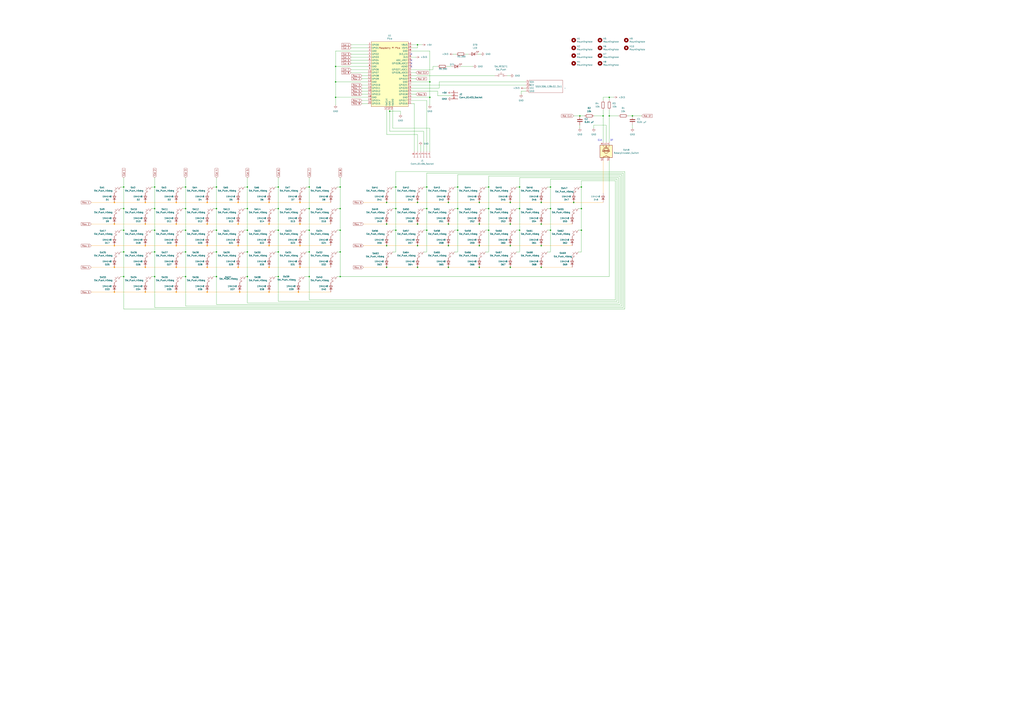
<source format=kicad_sch>
(kicad_sch (version 20231120) (generator "eeschema") (generator_version "8.0")
  (paper "A1")
  (junction (at 419.1 166.37))
  (junction (at 93.98 240.03) (color 255 153 0 1))
  (junction (at 177.8 189.23))
  (junction (at 127 153.67))
  (junction (at 170.18 201.93) (color 255 153 0 1))
  (junction (at 353.06 67.31))
  (junction (at 101.6 207.01))
  (junction (at 500.38 95.25))
  (junction (at 452.12 153.67))
  (junction (at 495.3 95.25))
  (junction (at 275.59 54.61))
  (junction (at 342.9 166.37))
  (junction (at 170.18 184.15) (color 255 153 0 1))
  (junction (at 254 227.33))
  (junction (at 228.6 153.67))
  (junction (at 195.58 219.71) (color 255 153 0 1))
  (junction (at 444.5 166.37))
  (junction (at 279.4 153.67))
  (junction (at 393.7 219.71))
  (junction (at 419.1 219.71))
  (junction (at 127 207.01))
  (junction (at 342.9 201.93))
  (junction (at 170.18 166.37) (color 255 153 0 1))
  (junction (at 119.38 201.93) (color 255 153 0 1))
  (junction (at 254 207.01))
  (junction (at 228.6 227.33))
  (junction (at 127 189.23))
  (junction (at 101.6 189.23))
  (junction (at 119.38 166.37) (color 255 153 0 1))
  (junction (at 93.98 201.93) (color 255 153 0 1))
  (junction (at 228.6 171.45))
  (junction (at 426.72 171.45))
  (junction (at 119.38 240.03) (color 255 153 0 1))
  (junction (at 471.17 166.37))
  (junction (at 127 227.33))
  (junction (at 452.12 171.45))
  (junction (at 203.2 153.67))
  (junction (at 170.18 240.03) (color 255 153 0 1))
  (junction (at 342.9 36.83))
  (junction (at 519.43 95.25))
  (junction (at 317.5 219.71))
  (junction (at 444.5 184.15))
  (junction (at 93.98 184.15) (color 255 153 0 1))
  (junction (at 393.7 184.15))
  (junction (at 393.7 201.93))
  (junction (at 127 171.45))
  (junction (at 177.8 171.45))
  (junction (at 317.5 166.37))
  (junction (at 144.78 201.93) (color 255 153 0 1))
  (junction (at 477.52 153.67))
  (junction (at 144.78 219.71) (color 255 153 0 1))
  (junction (at 220.98 240.03) (color 255 153 0 1))
  (junction (at 195.58 201.93) (color 255 153 0 1))
  (junction (at 144.78 166.37) (color 255 153 0 1))
  (junction (at 177.8 153.67))
  (junction (at 353.06 80.01))
  (junction (at 401.32 171.45))
  (junction (at 368.3 166.37))
  (junction (at 220.98 219.71) (color 255 153 0 1))
  (junction (at 401.32 153.67))
  (junction (at 196.85 240.03) (color 255 153 0 1))
  (junction (at 350.52 171.45))
  (junction (at 254 189.23))
  (junction (at 279.4 189.23))
  (junction (at 220.98 184.15) (color 255 153 0 1))
  (junction (at 477.52 171.45))
  (junction (at 101.6 171.45))
  (junction (at 368.3 219.71))
  (junction (at 203.2 171.45))
  (junction (at 101.6 227.33))
  (junction (at 152.4 189.23))
  (junction (at 325.12 189.23))
  (junction (at 342.9 219.71))
  (junction (at 419.1 184.15))
  (junction (at 279.4 171.45))
  (junction (at 119.38 184.15) (color 255 153 0 1))
  (junction (at 350.52 189.23))
  (junction (at 119.38 219.71) (color 255 153 0 1))
  (junction (at 246.38 201.93) (color 255 153 0 1))
  (junction (at 246.38 166.37) (color 255 153 0 1))
  (junction (at 375.92 153.67))
  (junction (at 220.98 166.37) (color 255 153 0 1))
  (junction (at 368.3 184.15))
  (junction (at 152.4 207.01))
  (junction (at 228.6 207.01))
  (junction (at 254 153.67))
  (junction (at 426.72 189.23))
  (junction (at 152.4 171.45))
  (junction (at 275.59 67.31))
  (junction (at 220.98 201.93) (color 255 153 0 1))
  (junction (at 101.6 153.67))
  (junction (at 444.5 219.71))
  (junction (at 426.72 153.67))
  (junction (at 195.58 184.15) (color 255 153 0 1))
  (junction (at 325.12 171.45))
  (junction (at 452.12 189.23))
  (junction (at 320.04 91.44))
  (junction (at 254 171.45))
  (junction (at 317.5 184.15))
  (junction (at 93.98 166.37) (color 255 153 0 1))
  (junction (at 375.92 189.23))
  (junction (at 279.4 207.01))
  (junction (at 342.9 184.15))
  (junction (at 246.38 219.71) (color 255 153 0 1))
  (junction (at 419.1 201.93))
  (junction (at 444.5 201.93))
  (junction (at 152.4 227.33))
  (junction (at 228.6 189.23))
  (junction (at 246.38 184.15) (color 255 153 0 1))
  (junction (at 144.78 184.15) (color 255 153 0 1))
  (junction (at 477.52 189.23))
  (junction (at 177.8 207.01))
  (junction (at 203.2 189.23))
  (junction (at 325.12 153.67))
  (junction (at 152.4 153.67))
  (junction (at 203.2 227.33))
  (junction (at 393.7 166.37))
  (junction (at 195.58 166.37) (color 255 153 0 1))
  (junction (at 476.25 95.25))
  (junction (at 203.2 207.01))
  (junction (at 500.38 80.01))
  (junction (at 177.8 227.33))
  (junction (at 245.11 240.03) (color 255 153 0 1))
  (junction (at 375.92 171.45))
  (junction (at 279.4 227.33))
  (junction (at 275.59 80.01))
  (junction (at 170.18 219.71) (color 255 153 0 1))
  (junction (at 350.52 153.67))
  (junction (at 93.98 219.71) (color 255 153 0 1))
  (junction (at 317.5 201.93))
  (junction (at 401.32 189.23))
  (junction (at 144.78 240.03) (color 255 153 0 1))
  (junction (at 368.3 201.93))
  (no_connect (at 337.82 52.07))
  (no_connect (at 337.82 44.45))
  (no_connect (at 337.82 49.53))
  (no_connect (at 337.82 54.61))
  (wire (pts (xy 337.82 85.09) (xy 340.36 85.09)))
  (wire (pts (xy 444.5 219.71) (xy 469.9 219.71)) (stroke (width 0) (color 255 153 0 1)))
  (wire (pts (xy 144.78 184.15) (xy 170.18 184.15)) (stroke (width 0) (color 255 153 0 1)))
  (wire (pts (xy 288.29 36.83) (xy 302.26 36.83)))
  (wire (pts (xy 195.58 184.15) (xy 220.98 184.15)) (stroke (width 0) (color 255 153 0 1)))
  (wire (pts (xy 497.84 102.87) (xy 497.84 116.84)))
  (wire (pts (xy 359.41 78.74) (xy 370.84 78.74)))
  (wire (pts (xy 495.3 158.75) (xy 495.3 132.08)) (stroke (width 0) (color 255 153 0 1)))
  (wire (pts (xy 355.6 57.15) (xy 355.6 54.61)))
  (wire (pts (xy 246.38 201.93) (xy 271.78 201.93)) (stroke (width 0) (color 255 153 0 1)))
  (wire (pts (xy 175.26 171.45) (xy 177.8 171.45)))
  (wire (pts (xy 119.38 184.15) (xy 144.78 184.15)) (stroke (width 0) (color 255 153 0 1)))
  (wire (pts (xy 427.99 77.47) (xy 427.99 74.93)))
  (wire (pts (xy 251.46 189.23) (xy 254 189.23)))
  (wire (pts (xy 203.2 207.01) (xy 203.2 227.33)))
  (wire (pts (xy 444.5 184.15) (xy 469.9 184.15)) (stroke (width 0) (color 255 153 0 1)))
  (wire (pts (xy 101.6 146.05) (xy 101.6 153.67)))
  (wire (pts (xy 170.18 240.03) (xy 196.85 240.03)) (stroke (width 0) (color 255 153 0 1)))
  (wire (pts (xy 251.46 207.01) (xy 254 207.01)))
  (wire (pts (xy 500.38 95.25) (xy 500.38 116.84)))
  (wire (pts (xy 398.78 189.23) (xy 401.32 189.23)))
  (wire (pts (xy 350.52 124.46) (xy 350.52 82.55)))
  (wire (pts (xy 401.32 171.45) (xy 401.32 189.23)))
  (wire (pts (xy 325.12 171.45) (xy 325.12 189.23)))
  (wire (pts (xy 345.44 119.38) (xy 345.44 124.46)))
  (wire (pts (xy 477.52 207.01) (xy 477.52 189.23)))
  (wire (pts (xy 476.25 153.67) (xy 477.52 153.67)))
  (wire (pts (xy 149.86 207.01) (xy 152.4 207.01)))
  (wire (pts (xy 203.2 189.23) (xy 203.2 171.45)))
  (wire (pts (xy 317.5 166.37) (xy 342.9 166.37)) (stroke (width 0) (color 255 153 0 1)))
  (wire (pts (xy 375.92 143.51) (xy 510.54 143.51)))
  (wire (pts (xy 93.98 201.93) (xy 119.38 201.93)) (stroke (width 0) (color 255 153 0 1)))
  (wire (pts (xy 144.78 240.03) (xy 170.18 240.03)) (stroke (width 0) (color 255 153 0 1)))
  (wire (pts (xy 426.72 207.01) (xy 426.72 189.23)))
  (wire (pts (xy 401.32 171.45) (xy 401.32 153.67)))
  (wire (pts (xy 353.06 80.01) (xy 353.06 67.31)))
  (wire (pts (xy 144.78 166.37) (xy 170.18 166.37)) (stroke (width 0) (color 255 153 0 1)))
  (wire (pts (xy 288.29 57.15) (xy 302.26 57.15)))
  (wire (pts (xy 342.9 124.46) (xy 342.9 110.49)))
  (wire (pts (xy 99.06 153.67) (xy 101.6 153.67)))
  (wire (pts (xy 342.9 36.83) (xy 337.82 36.83)))
  (wire (pts (xy 419.1 219.71) (xy 444.5 219.71)) (stroke (width 0) (color 255 153 0 1)))
  (wire (pts (xy 74.93 219.71) (xy 93.98 219.71)) (stroke (width 0) (color 255 153 0 1)))
  (wire (pts (xy 350.52 82.55) (xy 337.82 82.55)))
  (wire (pts (xy 127 171.45) (xy 127 189.23)))
  (wire (pts (xy 119.38 219.71) (xy 144.78 219.71)) (stroke (width 0) (color 255 153 0 1)))
  (wire (pts (xy 393.7 201.93) (xy 419.1 201.93)) (stroke (width 0) (color 255 153 0 1)))
  (wire (pts (xy 426.72 146.05) (xy 508 146.05)))
  (wire (pts (xy 449.58 153.67) (xy 452.12 153.67)))
  (wire (pts (xy 275.59 54.61) (xy 302.26 54.61)))
  (wire (pts (xy 510.54 143.51) (xy 510.54 251.46)))
  (wire (pts (xy 119.38 166.37) (xy 144.78 166.37)) (stroke (width 0) (color 255 153 0 1)))
  (wire (pts (xy 127 153.67) (xy 127 146.05)))
  (wire (pts (xy 127 207.01) (xy 127 227.33)))
  (wire (pts (xy 246.38 166.37) (xy 271.78 166.37)) (stroke (width 0) (color 255 153 0 1)))
  (wire (pts (xy 367.03 54.61) (xy 370.84 54.61)))
  (wire (pts (xy 93.98 166.37) (xy 119.38 166.37)) (stroke (width 0) (color 255 153 0 1)))
  (wire (pts (xy 177.8 227.33) (xy 177.8 250.19)))
  (wire (pts (xy 254 227.33) (xy 254 207.01)))
  (wire (pts (xy 170.18 219.71) (xy 195.58 219.71)) (stroke (width 0) (color 255 153 0 1)))
  (wire (pts (xy 393.7 184.15) (xy 419.1 184.15)) (stroke (width 0) (color 255 153 0 1)))
  (wire (pts (xy 298.45 166.37) (xy 317.5 166.37)) (stroke (width 0) (color 255 153 0 1)))
  (wire (pts (xy 279.4 189.23) (xy 279.4 207.01)))
  (wire (pts (xy 93.98 240.03) (xy 119.38 240.03)) (stroke (width 0) (color 255 153 0 1)))
  (wire (pts (xy 477.52 148.59) (xy 477.52 153.67)))
  (wire (pts (xy 341.63 64.77) (xy 337.82 64.77)))
  (wire (pts (xy 226.06 153.67) (xy 228.6 153.67)))
  (wire (pts (xy 347.98 107.95) (xy 347.98 124.46)))
  (wire (pts (xy 276.86 189.23) (xy 279.4 189.23)))
  (wire (pts (xy 101.6 207.01) (xy 101.6 227.33)))
  (wire (pts (xy 504.19 80.01) (xy 500.38 80.01)))
  (wire (pts (xy 394.97 44.45) (xy 392.43 44.45)))
  (wire (pts (xy 419.1 62.23) (xy 416.56 62.23)))
  (wire (pts (xy 495.3 95.25) (xy 495.3 90.17)))
  (wire (pts (xy 175.26 189.23) (xy 177.8 189.23)))
  (wire (pts (xy 426.72 171.45) (xy 426.72 153.67)))
  (wire (pts (xy 297.18 85.09) (xy 302.26 85.09)))
  (wire (pts (xy 93.98 219.71) (xy 119.38 219.71)) (stroke (width 0) (color 255 153 0 1)))
  (wire (pts (xy 368.3 201.93) (xy 393.7 201.93)) (stroke (width 0) (color 255 153 0 1)))
  (wire (pts (xy 152.4 171.45) (xy 152.4 153.67)))
  (wire (pts (xy 506.73 247.65) (xy 506.73 147.32)))
  (wire (pts (xy 350.52 171.45) (xy 350.52 153.67)))
  (wire (pts (xy 509.27 144.78) (xy 401.32 144.78)))
  (wire (pts (xy 320.04 91.44) (xy 328.93 91.44)))
  (wire (pts (xy 254 146.05) (xy 254 153.67)))
  (wire (pts (xy 275.59 67.31) (xy 275.59 80.01)))
  (wire (pts (xy 341.63 77.47) (xy 337.82 77.47)))
  (wire (pts (xy 170.18 166.37) (xy 195.58 166.37)) (stroke (width 0) (color 255 153 0 1)))
  (wire (pts (xy 353.06 105.41) (xy 353.06 124.46)))
  (wire (pts (xy 430.53 72.39) (xy 431.8 72.39)))
  (wire (pts (xy 200.66 207.01) (xy 203.2 207.01)))
  (wire (pts (xy 251.46 171.45) (xy 254 171.45)))
  (wire (pts (xy 373.38 207.01) (xy 375.92 207.01)))
  (wire (pts (xy 279.4 146.05) (xy 279.4 153.67)))
  (wire (pts (xy 477.52 171.45) (xy 477.52 189.23)))
  (wire (pts (xy 144.78 219.71) (xy 170.18 219.71)) (stroke (width 0) (color 255 153 0 1)))
  (wire (pts (xy 288.29 46.99) (xy 302.26 46.99)))
  (wire (pts (xy 124.46 227.33) (xy 127 227.33)))
  (wire (pts (xy 297.18 74.93) (xy 302.26 74.93)))
  (wire (pts (xy 350.52 171.45) (xy 350.52 189.23)))
  (wire (pts (xy 177.8 171.45) (xy 177.8 189.23)))
  (wire (pts (xy 279.4 171.45) (xy 279.4 153.67)))
  (wire (pts (xy 149.86 171.45) (xy 152.4 171.45)))
  (wire (pts (xy 424.18 207.01) (xy 426.72 207.01)))
  (wire (pts (xy 506.73 147.32) (xy 452.12 147.32)))
  (wire (pts (xy 119.38 240.03) (xy 144.78 240.03)) (stroke (width 0) (color 255 153 0 1)))
  (wire (pts (xy 337.82 69.85) (xy 431.8 69.85)))
  (wire (pts (xy 375.92 153.67) (xy 375.92 143.51)))
  (wire (pts (xy 317.5 201.93) (xy 342.9 201.93)) (stroke (width 0) (color 255 153 0 1)))
  (wire (pts (xy 398.78 171.45) (xy 401.32 171.45)))
  (wire (pts (xy 342.9 110.49) (xy 317.5 110.49)))
  (wire (pts (xy 368.3 166.37) (xy 393.7 166.37)) (stroke (width 0) (color 255 153 0 1)))
  (wire (pts (xy 487.68 102.87) (xy 497.84 102.87)))
  (wire (pts (xy 99.06 207.01) (xy 101.6 207.01)))
  (wire (pts (xy 275.59 54.61) (xy 275.59 67.31)))
  (wire (pts (xy 341.63 46.99) (xy 337.82 46.99)))
  (wire (pts (xy 170.18 184.15) (xy 195.58 184.15)) (stroke (width 0) (color 255 153 0 1)))
  (wire (pts (xy 254 207.01) (xy 254 189.23)))
  (wire (pts (xy 375.92 171.45) (xy 375.92 189.23)))
  (wire (pts (xy 487.68 105.41) (xy 487.68 102.87)))
  (wire (pts (xy 382.27 44.45) (xy 384.81 44.45)))
  (wire (pts (xy 511.81 252.73) (xy 511.81 142.24)))
  (wire (pts (xy 74.93 240.03) (xy 93.98 240.03)) (stroke (width 0) (color 255 153 0 1)))
  (wire (pts (xy 449.58 189.23) (xy 452.12 189.23)))
  (wire (pts (xy 325.12 153.67) (xy 325.12 140.97)))
  (wire (pts (xy 124.46 153.67) (xy 127 153.67)))
  (wire (pts (xy 288.29 44.45) (xy 302.26 44.45)))
  (wire (pts (xy 398.78 207.01) (xy 401.32 207.01)))
  (wire (pts (xy 317.5 90.17) (xy 317.5 110.49)))
  (wire (pts (xy 495.3 80.01) (xy 500.38 80.01)))
  (wire (pts (xy 152.4 207.01) (xy 152.4 189.23)))
  (wire (pts (xy 477.52 148.59) (xy 505.46 148.59)))
  (wire (pts (xy 317.5 184.15) (xy 342.9 184.15)) (stroke (width 0) (color 255 153 0 1)))
  (wire (pts (xy 177.8 153.67) (xy 177.8 171.45)))
  (wire (pts (xy 203.2 248.92) (xy 203.2 227.33)))
  (wire (pts (xy 360.68 67.31) (xy 360.68 72.39)))
  (wire (pts (xy 337.82 67.31) (xy 353.06 67.31)))
  (wire (pts (xy 254 246.38) (xy 254 227.33)))
  (wire (pts (xy 337.82 39.37) (xy 342.9 39.37)))
  (wire (pts (xy 226.06 171.45) (xy 228.6 171.45)))
  (wire (pts (xy 337.82 62.23) (xy 406.4 62.23)))
  (wire (pts (xy 471.17 95.25) (xy 476.25 95.25)))
  (wire (pts (xy 275.59 80.01) (xy 275.59 86.36)))
  (wire (pts (xy 279.4 207.01) (xy 279.4 227.33)))
  (wire (pts (xy 101.6 171.45) (xy 101.6 153.67)))
  (wire (pts (xy 347.98 207.01) (xy 350.52 207.01)))
  (wire (pts (xy 196.85 240.03) (xy 220.98 240.03)) (stroke (width 0) (color 255 153 0 1)))
  (wire (pts (xy 341.63 59.69) (xy 337.82 59.69)))
  (wire (pts (xy 426.72 189.23) (xy 426.72 171.45)))
  (wire (pts (xy 276.86 171.45) (xy 279.4 171.45)))
  (wire (pts (xy 177.8 146.05) (xy 177.8 153.67)))
  (wire (pts (xy 152.4 146.05) (xy 152.4 153.67)))
  (wire (pts (xy 177.8 207.01) (xy 177.8 227.33)))
  (wire (pts (xy 346.71 36.83) (xy 342.9 36.83)))
  (wire (pts (xy 195.58 201.93) (xy 220.98 201.93)) (stroke (width 0) (color 255 153 0 1)))
  (wire (pts (xy 419.1 201.93) (xy 444.5 201.93)) (stroke (width 0) (color 255 153 0 1)))
  (wire (pts (xy 474.98 171.45) (xy 477.52 171.45)))
  (wire (pts (xy 347.98 171.45) (xy 350.52 171.45)))
  (wire (pts (xy 279.4 189.23) (xy 279.4 171.45)))
  (wire (pts (xy 175.26 207.01) (xy 177.8 207.01)))
  (wire (pts (xy 149.86 153.67) (xy 152.4 153.67)))
  (wire (pts (xy 254 171.45) (xy 254 153.67)))
  (wire (pts (xy 149.86 189.23) (xy 152.4 189.23)))
  (wire (pts (xy 375.92 189.23) (xy 375.92 207.01)))
  (wire (pts (xy 476.25 95.25) (xy 480.06 95.25)))
  (wire (pts (xy 424.18 171.45) (xy 426.72 171.45)))
  (wire (pts (xy 505.46 246.38) (xy 254 246.38)))
  (wire (pts (xy 200.66 189.23) (xy 203.2 189.23)))
  (wire (pts (xy 152.4 171.45) (xy 152.4 189.23)))
  (wire (pts (xy 452.12 153.67) (xy 452.12 171.45)))
  (wire (pts (xy 288.29 59.69) (xy 302.26 59.69)))
  (wire (pts (xy 373.38 171.45) (xy 375.92 171.45)))
  (wire (pts (xy 320.04 91.44) (xy 320.04 90.17)))
  (wire (pts (xy 508 95.25) (xy 500.38 95.25)))
  (wire (pts (xy 228.6 247.65) (xy 506.73 247.65)))
  (wire (pts (xy 254 189.23) (xy 254 171.45)))
  (wire (pts (xy 342.9 201.93) (xy 368.3 201.93)) (stroke (width 0) (color 255 153 0 1)))
  (wire (pts (xy 119.38 201.93) (xy 144.78 201.93)) (stroke (width 0) (color 255 153 0 1)))
  (wire (pts (xy 175.26 153.67) (xy 177.8 153.67)))
  (wire (pts (xy 444.5 166.37) (xy 471.17 166.37)) (stroke (width 0) (color 255 153 0 1)))
  (wire (pts (xy 276.86 227.33) (xy 279.4 227.33)))
  (wire (pts (xy 152.4 251.46) (xy 152.4 227.33)))
  (wire (pts (xy 288.29 39.37) (xy 302.26 39.37)))
  (wire (pts (xy 519.43 105.41) (xy 519.43 102.87)))
  (wire (pts (xy 398.78 153.67) (xy 401.32 153.67)))
  (wire (pts (xy 347.98 107.95) (xy 320.04 107.95)))
  (wire (pts (xy 127 171.45) (xy 127 153.67)))
  (wire (pts (xy 508 248.92) (xy 203.2 248.92)))
  (wire (pts (xy 298.45 184.15) (xy 317.5 184.15)) (stroke (width 0) (color 255 153 0 1)))
  (wire (pts (xy 513.08 140.97) (xy 513.08 254)))
  (wire (pts (xy 401.32 189.23) (xy 401.32 207.01)))
  (wire (pts (xy 246.38 219.71) (xy 271.78 219.71)) (stroke (width 0) (color 255 153 0 1)))
  (wire (pts (xy 297.18 82.55) (xy 302.26 82.55)))
  (wire (pts (xy 228.6 189.23) (xy 228.6 171.45)))
  (wire (pts (xy 74.93 201.93) (xy 93.98 201.93)) (stroke (width 0) (color 255 153 0 1)))
  (wire (pts (xy 510.54 251.46) (xy 152.4 251.46)))
  (wire (pts (xy 449.58 207.01) (xy 452.12 207.01)))
  (wire (pts (xy 424.18 189.23) (xy 426.72 189.23)))
  (wire (pts (xy 322.58 153.67) (xy 325.12 153.67)))
  (wire (pts (xy 203.2 171.45) (xy 203.2 153.67)))
  (wire (pts (xy 200.66 153.67) (xy 203.2 153.67)))
  (wire (pts (xy 220.98 166.37) (xy 246.38 166.37)) (stroke (width 0) (color 255 153 0 1)))
  (wire (pts (xy 317.5 219.71) (xy 342.9 219.71)) (stroke (width 0) (color 255 153 0 1)))
  (wire (pts (xy 325.12 189.23) (xy 325.12 207.01)))
  (wire (pts (xy 298.45 219.71) (xy 317.5 219.71)) (stroke (width 0) (color 255 153 0 1)))
  (wire (pts (xy 347.98 153.67) (xy 350.52 153.67)))
  (wire (pts (xy 353.06 86.36) (xy 353.06 80.01)))
  (wire (pts (xy 368.3 184.15) (xy 393.7 184.15)) (stroke (width 0) (color 255 153 0 1)))
  (wire (pts (xy 175.26 227.33) (xy 177.8 227.33)))
  (wire (pts (xy 444.5 201.93) (xy 469.9 201.93)) (stroke (width 0) (color 255 153 0 1)))
  (wire (pts (xy 226.06 227.33) (xy 228.6 227.33)))
  (wire (pts (xy 99.06 227.33) (xy 101.6 227.33)))
  (wire (pts (xy 342.9 184.15) (xy 368.3 184.15)) (stroke (width 0) (color 255 153 0 1)))
  (wire (pts (xy 513.08 254) (xy 101.6 254)))
  (wire (pts (xy 220.98 184.15) (xy 246.38 184.15)) (stroke (width 0) (color 255 153 0 1)))
  (wire (pts (xy 297.18 64.77) (xy 302.26 64.77)))
  (wire (pts (xy 476.25 105.41) (xy 476.25 102.87)))
  (wire (pts (xy 170.18 201.93) (xy 195.58 201.93)) (stroke (width 0) (color 255 153 0 1)))
  (wire (pts (xy 378.46 54.61) (xy 388.62 54.61)))
  (wire (pts (xy 297.18 62.23) (xy 302.26 62.23)))
  (wire (pts (xy 419.1 166.37) (xy 444.5 166.37)) (stroke (width 0) (color 255 153 0 1)))
  (wire (pts (xy 350.52 189.23) (xy 350.52 207.01)))
  (wire (pts (xy 393.7 166.37) (xy 419.1 166.37)) (stroke (width 0) (color 255 153 0 1)))
  (wire (pts (xy 93.98 184.15) (xy 119.38 184.15)) (stroke (width 0) (color 255 153 0 1)))
  (wire (pts (xy 337.82 74.93) (xy 359.41 74.93)))
  (wire (pts (xy 368.3 219.71) (xy 393.7 219.71)) (stroke (width 0) (color 255 153 0 1)))
  (wire (pts (xy 200.66 171.45) (xy 203.2 171.45)))
  (wire (pts (xy 419.1 184.15) (xy 444.5 184.15)) (stroke (width 0) (color 255 153 0 1)))
  (wire (pts (xy 359.41 74.93) (xy 359.41 78.74)))
  (wire (pts (xy 355.6 54.61) (xy 359.41 54.61)))
  (wire (pts (xy 74.93 166.37) (xy 93.98 166.37)) (stroke (width 0) (color 255 153 0 1)))
  (wire (pts (xy 226.06 207.01) (xy 228.6 207.01)))
  (wire (pts (xy 474.98 207.01) (xy 477.52 207.01)))
  (wire (pts (xy 500.38 132.08) (xy 500.38 227.33)))
  (wire (pts (xy 245.11 240.03) (xy 271.78 240.03)) (stroke (width 0) (color 255 153 0 1)))
  (wire (pts (xy 471.17 166.37) (xy 495.3 166.37)) (stroke (width 0) (color 255 153 0 1)))
  (wire (pts (xy 500.38 227.33) (xy 279.4 227.33)))
  (wire (pts (xy 298.45 201.93) (xy 317.5 201.93)) (stroke (width 0) (color 255 153 0 1)))
  (wire (pts (xy 127 207.01) (xy 127 189.23)))
  (wire (pts (xy 195.58 166.37) (xy 220.98 166.37)) (stroke (width 0) (color 255 153 0 1)))
  (wire (pts (xy 322.58 105.41) (xy 353.06 105.41)))
  (wire (pts (xy 452.12 147.32) (xy 452.12 153.67)))
  (wire (pts (xy 495.3 82.55) (xy 495.3 80.01)))
  (wire (pts (xy 353.06 67.31) (xy 353.06 41.91)))
  (wire (pts (xy 276.86 153.67) (xy 279.4 153.67)))
  (wire (pts (xy 320.04 91.44) (xy 320.04 107.95)))
  (wire (pts (xy 375.92 171.45) (xy 375.92 153.67)))
  (wire (pts (xy 325.12 171.45) (xy 325.12 153.67)))
  (wire (pts (xy 177.8 189.23) (xy 177.8 207.01)))
  (wire (pts (xy 322.58 171.45) (xy 325.12 171.45)))
  (wire (pts (xy 297.18 69.85) (xy 302.26 69.85)))
  (wire (pts (xy 152.4 207.01) (xy 152.4 227.33)))
  (wire (pts (xy 195.58 219.71) (xy 220.98 219.71)) (stroke (width 0) (color 255 153 0 1)))
  (wire (pts (xy 228.6 227.33) (xy 228.6 247.65)))
  (wire (pts (xy 288.29 49.53) (xy 302.26 49.53)))
  (wire (pts (xy 322.58 189.23) (xy 325.12 189.23)))
  (wire (pts (xy 337.82 57.15) (xy 355.6 57.15)))
  (wire (pts (xy 505.46 148.59) (xy 505.46 246.38)))
  (wire (pts (xy 275.59 67.31) (xy 302.26 67.31)))
  (wire (pts (xy 519.43 95.25) (xy 515.62 95.25)))
  (wire (pts (xy 452.12 171.45) (xy 452.12 189.23)))
  (wire (pts (xy 347.98 189.23) (xy 350.52 189.23)))
  (wire (pts (xy 124.46 171.45) (xy 127 171.45)))
  (wire (pts (xy 127 227.33) (xy 127 252.73)))
  (wire (pts (xy 99.06 189.23) (xy 101.6 189.23)))
  (wire (pts (xy 373.38 153.67) (xy 375.92 153.67)))
  (wire (pts (xy 401.32 153.67) (xy 401.32 144.78)))
  (wire (pts (xy 297.18 72.39) (xy 302.26 72.39)))
  (wire (pts (xy 328.93 91.44) (xy 328.93 93.98)))
  (wire (pts (xy 124.46 189.23) (xy 127 189.23)))
  (wire (pts (xy 74.93 184.15) (xy 93.98 184.15)) (stroke (width 0) (color 255 153 0 1)))
  (wire (pts (xy 297.18 77.47) (xy 302.26 77.47)))
  (wire (pts (xy 340.36 85.09) (xy 340.36 124.46)))
  (wire (pts (xy 527.05 95.25) (xy 519.43 95.25)))
  (wire (pts (xy 431.8 67.31) (xy 360.68 67.31)))
  (wire (pts (xy 322.58 207.01) (xy 325.12 207.01)))
  (wire (pts (xy 246.38 184.15) (xy 271.78 184.15)) (stroke (width 0) (color 255 153 0 1)))
  (wire (pts (xy 228.6 227.33) (xy 228.6 207.01)))
  (wire (pts (xy 203.2 207.01) (xy 203.2 189.23)))
  (wire (pts (xy 393.7 219.71) (xy 419.1 219.71)) (stroke (width 0) (color 255 153 0 1)))
  (wire (pts (xy 251.46 153.67) (xy 254 153.67)))
  (wire (pts (xy 127 252.73) (xy 511.81 252.73)))
  (wire (pts (xy 373.38 189.23) (xy 375.92 189.23)))
  (wire (pts (xy 228.6 171.45) (xy 228.6 153.67)))
  (wire (pts (xy 203.2 146.05) (xy 203.2 153.67)))
  (wire (pts (xy 275.59 41.91) (xy 275.59 54.61)))
  (wire (pts (xy 124.46 207.01) (xy 127 207.01)))
  (wire (pts (xy 477.52 153.67) (xy 477.52 171.45)))
  (wire (pts (xy 449.58 171.45) (xy 452.12 171.45)))
  (wire (pts (xy 427.99 74.93) (xy 431.8 74.93)))
  (wire (pts (xy 228.6 207.01) (xy 228.6 189.23)))
  (wire (pts (xy 424.18 153.67) (xy 426.72 153.67)))
  (wire (pts (xy 511.81 142.24) (xy 350.52 142.24)))
  (wire (pts (xy 474.98 189.23) (xy 477.52 189.23)))
  (wire (pts (xy 500.38 90.17) (xy 500.38 95.25)))
  (wire (pts (xy 495.3 95.25) (xy 495.3 116.84)))
  (wire (pts (xy 276.86 207.01) (xy 279.4 207.01)))
  (wire (pts (xy 509.27 250.19) (xy 509.27 144.78)))
  (wire (pts (xy 513.08 140.97) (xy 325.12 140.97)))
  (wire (pts (xy 500.38 80.01) (xy 500.38 82.55)))
  (wire (pts (xy 302.26 41.91) (xy 275.59 41.91)))
  (wire (pts (xy 342.9 219.71) (xy 368.3 219.71)) (stroke (width 0) (color 255 153 0 1)))
  (wire (pts (xy 350.52 153.67) (xy 350.52 142.24)))
  (wire (pts (xy 275.59 80.01) (xy 302.26 80.01)))
  (wire (pts (xy 342.9 39.37) (xy 342.9 36.83)))
  (wire (pts (xy 149.86 227.33) (xy 152.4 227.33)))
  (wire (pts (xy 201.93 227.33) (xy 203.2 227.33)))
  (wire (pts (xy 101.6 254) (xy 101.6 227.33)))
  (wire (pts (xy 508 146.05) (xy 508 248.92)))
  (wire (pts (xy 177.8 250.19) (xy 509.27 250.19)))
  (wire (pts (xy 337.82 80.01) (xy 353.06 80.01)))
  (wire (pts (xy 426.72 153.67) (xy 426.72 146.05)))
  (wire (pts (xy 220.98 219.71) (xy 246.38 219.71)) (stroke (width 0) (color 255 153 0 1)))
  (wire (pts (xy 353.06 41.91) (xy 337.82 41.91)))
  (wire (pts (xy 101.6 207.01) (xy 101.6 189.23)))
  (wire (pts (xy 250.19 227.33) (xy 254 227.33)))
  (wire (pts (xy 144.78 201.93) (xy 170.18 201.93)) (stroke (width 0) (color 255 153 0 1)))
  (wire (pts (xy 226.06 189.23) (xy 228.6 189.23)))
  (wire (pts (xy 220.98 240.03) (xy 245.11 240.03)) (stroke (width 0) (color 255 153 0 1)))
  (wire (pts (xy 220.98 201.93) (xy 246.38 201.93)) (stroke (width 0) (color 255 153 0 1)))
  (wire (pts (xy 337.82 72.39) (xy 360.68 72.39)))
  (wire (pts (xy 487.68 95.25) (xy 495.3 95.25)))
  (wire (pts (xy 322.58 90.17) (xy 322.58 105.41)))
  (wire (pts (xy 342.9 166.37) (xy 368.3 166.37)) (stroke (width 0) (color 255 153 0 1)))
  (wire (pts (xy 288.29 52.07) (xy 302.26 52.07)))
  (wire (pts (xy 452.12 207.01) (xy 452.12 189.23)))
  (wire (pts (xy 372.11 44.45) (xy 374.65 44.45)))
  (wire (pts (xy 228.6 146.05) (xy 228.6 153.67)))
  (wire (pts (xy 99.06 171.45) (xy 101.6 171.45)))
  (wire (pts (xy 101.6 171.45) (xy 101.6 189.23)))
  (text "CLK\n" (at 492.76 115.316 0) (effects (font (size 1.27 1.27))))
  (text "DT" (at 502.412 115.316 0) (effects (font (size 1.27 1.27))))
  (global_label "Row 1" (shape input) (at 297.18 62.23 180) (property "Intersheetrefs" "${INTERSHEET_REFS}" (effects (hide yes))))
  (global_label "Col 8" (shape input) (at 288.29 59.69 180) (property "Intersheetrefs" "${INTERSHEET_REFS}" (effects (hide yes))))
  (global_label "Row 7" (shape input) (at 298.45 184.15 180) (property "Intersheetrefs" "${INTERSHEET_REFS}" (effects (hide yes))))
  (global_label "Col 6" (shape input) (at 228.6 146.05 90) (property "Intersheetrefs" "${INTERSHEET_REFS}" (effects (hide yes))))
  (global_label "Col 7" (shape input) (at 254 146.05 90) (property "Intersheetrefs" "${INTERSHEET_REFS}" (effects (hide yes))))
  (global_label "Col 1" (shape input) (at 288.29 36.83 180) (property "Intersheetrefs" "${INTERSHEET_REFS}" (effects (hide yes))))
  (global_label "Col 4" (shape input) (at 177.8 146.05 90) (property "Intersheetrefs" "${INTERSHEET_REFS}" (effects (hide yes))))
  (global_label "Row 7" (shape input) (at 297.18 82.55 180) (property "Intersheetrefs" "${INTERSHEET_REFS}" (effects (hide yes))))
  (global_label "Col 8" (shape input) (at 279.4 146.05 90) (property "Intersheetrefs" "${INTERSHEET_REFS}" (effects (hide yes))))
  (global_label "Row 2" (shape input) (at 74.93 184.15 180) (property "Intersheetrefs" "${INTERSHEET_REFS}" (effects (hide yes))))
  (global_label "Row 8" (shape input) (at 297.18 85.09 180) (property "Intersheetrefs" "${INTERSHEET_REFS}" (effects (hide yes))))
  (global_label "Rot CLK" (shape input) (at 341.63 59.69 0) (property "Intersheetrefs" "${INTERSHEET_REFS}" (effects (hide yes))))
  (global_label "Col 5" (shape input) (at 203.2 146.05 90) (property "Intersheetrefs" "${INTERSHEET_REFS}" (effects (hide yes))))
  (global_label "Rot DT" (shape input) (at 527.05 95.25 0) (property "Intersheetrefs" "${INTERSHEET_REFS}" (effects (hide yes))))
  (global_label "Col 1" (shape input) (at 101.6 146.05 90) (property "Intersheetrefs" "${INTERSHEET_REFS}" (effects (hide yes))))
  (global_label "Col 6" (shape input) (at 288.29 52.07 180) (property "Intersheetrefs" "${INTERSHEET_REFS}" (effects (hide yes))))
  (global_label "Row 3" (shape input) (at 74.93 201.93 180) (property "Intersheetrefs" "${INTERSHEET_REFS}" (effects (hide yes))))
  (global_label "Row 6" (shape input) (at 297.18 77.47 180) (property "Intersheetrefs" "${INTERSHEET_REFS}" (effects (hide yes))))
  (global_label "Row 3" (shape input) (at 297.18 69.85 180) (property "Intersheetrefs" "${INTERSHEET_REFS}" (effects (hide yes))))
  (global_label "Col 7" (shape input) (at 288.29 57.15 180) (property "Intersheetrefs" "${INTERSHEET_REFS}" (effects (hide yes))))
  (global_label "Col 3" (shape input) (at 288.29 44.45 180) (property "Intersheetrefs" "${INTERSHEET_REFS}" (effects (hide yes))))
  (global_label "Row 5" (shape input) (at 74.93 240.03 180) (property "Intersheetrefs" "${INTERSHEET_REFS}" (effects (hide yes))))
  (global_label "Row 8" (shape input) (at 298.45 201.93 180) (property "Intersheetrefs" "${INTERSHEET_REFS}" (effects (hide yes))))
  (global_label "Col 3" (shape input) (at 152.4 146.05 90) (property "Intersheetrefs" "${INTERSHEET_REFS}" (effects (hide yes))))
  (global_label "Row 4" (shape input) (at 297.18 72.39 180) (property "Intersheetrefs" "${INTERSHEET_REFS}" (effects (hide yes))))
  (global_label "Col 2" (shape input) (at 127 146.05 90) (property "Intersheetrefs" "${INTERSHEET_REFS}" (effects (hide yes))))
  (global_label "Rot DT" (shape input) (at 341.63 64.77 0) (property "Intersheetrefs" "${INTERSHEET_REFS}" (effects (hide yes))))
  (global_label "Rot CLK" (shape input) (at 471.17 95.25 180) (property "Intersheetrefs" "${INTERSHEET_REFS}" (effects (hide yes))))
  (global_label "Row 5" (shape input) (at 297.18 74.93 180) (property "Intersheetrefs" "${INTERSHEET_REFS}" (effects (hide yes))))
  (global_label "Row 4" (shape input) (at 74.93 219.71 180) (property "Intersheetrefs" "${INTERSHEET_REFS}" (effects (hide yes))))
  (global_label "Col 5" (shape input) (at 288.29 49.53 180) (property "Intersheetrefs" "${INTERSHEET_REFS}" (effects (hide yes))))
  (global_label "Row 9" (shape input) (at 298.45 219.71 180) (property "Intersheetrefs" "${INTERSHEET_REFS}" (effects (hide yes))))
  (global_label "Col 2" (shape input) (at 288.29 39.37 180) (property "Intersheetrefs" "${INTERSHEET_REFS}" (effects (hide yes))))
  (global_label "Row 9" (shape input) (at 341.63 77.47 0) (property "Intersheetrefs" "${INTERSHEET_REFS}" (effects (hide yes))))
  (global_label "Row 6" (shape input) (at 298.45 166.37 180) (property "Intersheetrefs" "${INTERSHEET_REFS}" (effects (hide yes))))
  (global_label "Row 1" (shape input) (at 74.93 166.37 180) (property "Intersheetrefs" "${INTERSHEET_REFS}" (effects (hide yes))))
  (global_label "Col 4" (shape input) (at 288.29 46.99 180) (property "Intersheetrefs" "${INTERSHEET_REFS}" (effects (hide yes))))
  (global_label "Row 2" (shape input) (at 297.18 64.77 180) (property "Intersheetrefs" "${INTERSHEET_REFS}" (effects (hide yes))))
  (symbol (lib_id "Diode:1N4148") (at 342.9 198.12 90) (unit 1)
    (property "Reference" "D57" (at 337.058 199.644 90))
    (property "Value" "1N4148" (at 336.804 197.104 90))
    (property "Footprint" "Diode_THT:D_DO-35_SOD27_P7.62mm_Horizontal" (effects (hide yes)))
    (property "Datasheet" "https://assets.nexperia.com/documents/data-sheet/1N4148_1N4448.pdf" (effects (hide yes)))
    (property "Description" "100V 0.15A standard switching diode, DO-35" (effects (hide yes)))
    (property "Sim.Device" "D" (effects (hide yes)))
    (property "Sim.Pins" "1=K 2=A" (effects (hide yes)))
  )
  (symbol (lib_id "Diode:1N4148") (at 419.1 215.9 90) (unit 1)
    (property "Reference" "D67" (at 413.258 217.424 90))
    (property "Value" "1N4148" (at 413.004 214.884 90))
    (property "Footprint" "Diode_THT:D_DO-35_SOD27_P7.62mm_Horizontal" (effects (hide yes)))
    (property "Datasheet" "https://assets.nexperia.com/documents/data-sheet/1N4148_1N4448.pdf" (effects (hide yes)))
    (property "Description" "100V 0.15A standard switching diode, DO-35" (effects (hide yes)))
    (property "Sim.Device" "D" (effects (hide yes)))
    (property "Sim.Pins" "1=K 2=A" (effects (hide yes)))
  )
  (symbol (lib_id "power:GND") (at 370.84 81.28 270) (unit 1)
    (property "Reference" "#PWR017" (effects (hide yes)))
    (property "Value" "GND" (at 367.03 81.2799 90) (effects (justify right)))
    (property "Description" "Power symbol creates a global label with name \"GND\" , ground" (effects (hide yes)))
  )
  (symbol (lib_id "Device:R") (at 500.38 86.36 0) (unit 1)
    (property "Reference" "R3" (at 502.92 85.0899 0) (effects (justify left)))
    (property "Value" "10k" (at 502.92 87.6299 0) (effects (justify left)))
    (property "Footprint" "Resistor_THT:R_Axial_DIN0207_L6.3mm_D2.5mm_P10.16mm_Horizontal" (effects (hide yes)))
    (property "Description" "Resistor" (effects (hide yes)))
  )
  (symbol (lib_id "Switch:SW_Push_45deg") (at 396.24 156.21 90) (unit 1)
    (property "Reference" "SW44" (at 381.508 154.178 90) (effects (justify right)))
    (property "Value" "SW_Push_45deg" (at 376.936 156.718 90) (effects (justify right)))
    (property "Footprint" "PCM_Switch_Keyboard_Cherry_MX:SW_Cherry_MX_PCB_1.00u" (effects (hide yes)))
    (property "Description" "Push button switch, normally open, two pins, 45° tilted" (effects (hide yes)))
  )
  (symbol (lib_id "power:+3V3") (at 430.53 72.39 90) (unit 1)
    (property "Reference" "#PWR016" (effects (hide yes)))
    (property "Value" "+3V3" (at 426.72 72.3899 90) (effects (justify left)))
    (property "Description" "Power symbol creates a global label with name \"+3V3\"" (effects (hide yes)))
  )
  (symbol (lib_id "Diode:1N4148") (at 444.5 180.34 90) (unit 1)
    (property "Reference" "D54" (at 438.658 181.864 90))
    (property "Value" "1N4148" (at 438.404 179.324 90))
    (property "Footprint" "Diode_THT:D_DO-35_SOD27_P7.62mm_Horizontal" (effects (hide yes)))
    (property "Datasheet" "https://assets.nexperia.com/documents/data-sheet/1N4148_1N4448.pdf" (effects (hide yes)))
    (property "Description" "100V 0.15A standard switching diode, DO-35" (effects (hide yes)))
    (property "Sim.Device" "D" (effects (hide yes)))
    (property "Sim.Pins" "1=K 2=A" (effects (hide yes)))
  )
  (symbol (lib_id "Switch:SW_Push_45deg") (at 473.71 156.21 90) (unit 1)
    (property "Reference" "SW47" (at 460.756 154.686 90) (effects (justify right)))
    (property "Value" "SW_Push_45deg" (at 455.93 157.48 90) (effects (justify right)))
    (property "Footprint" "PCM_Switch_Keyboard_Cherry_MX:SW_Cherry_MX_PCB_1.00u" (effects (hide yes)))
    (property "Description" "Push button switch, normally open, two pins, 45° tilted" (effects (hide yes)))
  )
  (symbol (lib_id "Diode:1N4148") (at 119.38 198.12 90) (unit 1)
    (property "Reference" "D18" (at 113.538 199.644 90))
    (property "Value" "1N4148" (at 113.284 197.104 90))
    (property "Footprint" "Diode_THT:D_DO-35_SOD27_P7.62mm_Horizontal" (effects (hide yes)))
    (property "Datasheet" "https://assets.nexperia.com/documents/data-sheet/1N4148_1N4448.pdf" (effects (hide yes)))
    (property "Description" "100V 0.15A standard switching diode, DO-35" (effects (hide yes)))
    (property "Sim.Device" "D" (effects (hide yes)))
    (property "Sim.Pins" "1=K 2=A" (effects (hide yes)))
  )
  (symbol (lib_id "Switch:SW_Push_45deg") (at 147.32 209.55 90) (unit 1)
    (property "Reference" "SW27" (at 132.588 207.518 90) (effects (justify right)))
    (property "Value" "SW_Push_45deg" (at 128.016 210.058 90) (effects (justify right)))
    (property "Footprint" "PCM_Switch_Keyboard_Cherry_MX:SW_Cherry_MX_PCB_1.00u" (effects (hide yes)))
    (property "Description" "Push button switch, normally open, two pins, 45° tilted" (effects (hide yes)))
  )
  (symbol (lib_id "Switch:SW_Push_45deg") (at 370.84 191.77 90) (unit 1)
    (property "Reference" "SW58" (at 356.108 189.738 90) (effects (justify right)))
    (property "Value" "SW_Push_45deg" (at 351.536 192.278 90) (effects (justify right)))
    (property "Footprint" "PCM_Switch_Keyboard_Cherry_MX:SW_Cherry_MX_PCB_1.00u" (effects (hide yes)))
    (property "Description" "Push button switch, normally open, two pins, 45° tilted" (effects (hide yes)))
  )
  (symbol (lib_id "Diode:1N4148") (at 144.78 180.34 90) (unit 1)
    (property "Reference" "D11" (at 138.938 181.864 90))
    (property "Value" "1N4148" (at 138.684 179.324 90))
    (property "Footprint" "Diode_THT:D_DO-35_SOD27_P7.62mm_Horizontal" (effects (hide yes)))
    (property "Datasheet" "https://assets.nexperia.com/documents/data-sheet/1N4148_1N4448.pdf" (effects (hide yes)))
    (property "Description" "100V 0.15A standard switching diode, DO-35" (effects (hide yes)))
    (property "Sim.Device" "D" (effects (hide yes)))
    (property "Sim.Pins" "1=K 2=A" (effects (hide yes)))
  )
  (symbol (lib_id "Diode:1N4148") (at 368.3 180.34 90) (unit 1)
    (property "Reference" "D51" (at 362.458 181.864 90))
    (property "Value" "1N4148" (at 362.204 179.324 90))
    (property "Footprint" "Diode_THT:D_DO-35_SOD27_P7.62mm_Horizontal" (effects (hide yes)))
    (property "Datasheet" "https://assets.nexperia.com/documents/data-sheet/1N4148_1N4448.pdf" (effects (hide yes)))
    (property "Description" "100V 0.15A standard switching diode, DO-35" (effects (hide yes)))
    (property "Sim.Device" "D" (effects (hide yes)))
    (property "Sim.Pins" "1=K 2=A" (effects (hide yes)))
  )
  (symbol (lib_id "Switch:SW_Push_45deg") (at 198.12 209.55 90) (unit 1)
    (property "Reference" "SW29" (at 183.388 207.518 90) (effects (justify right)))
    (property "Value" "SW_Push_45deg" (at 178.816 210.058 90) (effects (justify right)))
    (property "Footprint" "PCM_Switch_Keyboard_Cherry_MX:SW_Cherry_MX_PCB_1.00u" (effects (hide yes)))
    (property "Description" "Push button switch, normally open, two pins, 45° tilted" (effects (hide yes)))
  )
  (symbol (lib_id "Diode:1N4148") (at 469.9 180.34 90) (unit 1)
    (property "Reference" "D55" (at 464.058 181.864 90))
    (property "Value" "1N4148" (at 463.804 179.324 90))
    (property "Footprint" "Diode_THT:D_DO-35_SOD27_P7.62mm_Horizontal" (effects (hide yes)))
    (property "Datasheet" "https://assets.nexperia.com/documents/data-sheet/1N4148_1N4448.pdf" (effects (hide yes)))
    (property "Description" "100V 0.15A standard switching diode, DO-35" (effects (hide yes)))
    (property "Sim.Device" "D" (effects (hide yes)))
    (property "Sim.Pins" "1=K 2=A" (effects (hide yes)))
  )
  (symbol (lib_id "Switch:SW_Push_45deg") (at 172.72 229.87 90) (unit 1)
    (property "Reference" "SW36" (at 157.988 227.838 90) (effects (justify right)))
    (property "Value" "SW_Push_45deg" (at 153.416 230.378 90) (effects (justify right)))
    (property "Footprint" "PCM_Switch_Keyboard_Cherry_MX:SW_Cherry_MX_PCB_6.25u" (effects (hide yes)))
    (property "Description" "Push button switch, normally open, two pins, 45° tilted" (effects (hide yes)))
  )
  (symbol (lib_id "Diode:1N4148") (at 246.38 198.12 90) (unit 1)
    (property "Reference" "D23" (at 240.538 199.644 90))
    (property "Value" "1N4148" (at 240.284 197.104 90))
    (property "Footprint" "Diode_THT:D_DO-35_SOD27_P7.62mm_Horizontal" (effects (hide yes)))
    (property "Datasheet" "https://assets.nexperia.com/documents/data-sheet/1N4148_1N4448.pdf" (effects (hide yes)))
    (property "Description" "100V 0.15A standard switching diode, DO-35" (effects (hide yes)))
    (property "Sim.Device" "D" (effects (hide yes)))
    (property "Sim.Pins" "1=K 2=A" (effects (hide yes)))
  )
  (symbol (lib_id "Diode:1N4148") (at 469.9 198.12 90) (unit 1)
    (property "Reference" "D62" (at 464.058 199.644 90))
    (property "Value" "1N4148" (at 463.804 197.104 90))
    (property "Footprint" "Diode_THT:D_DO-35_SOD27_P7.62mm_Horizontal" (effects (hide yes)))
    (property "Datasheet" "https://assets.nexperia.com/documents/data-sheet/1N4148_1N4448.pdf" (effects (hide yes)))
    (property "Description" "100V 0.15A standard switching diode, DO-35" (effects (hide yes)))
    (property "Sim.Device" "D" (effects (hide yes)))
    (property "Sim.Pins" "1=K 2=A" (effects (hide yes)))
  )
  (symbol (lib_id "Diode:1N4148") (at 93.98 180.34 90) (unit 1)
    (property "Reference" "D9" (at 88.138 181.864 90))
    (property "Value" "1N4148" (at 87.884 179.324 90))
    (property "Footprint" "Diode_THT:D_DO-35_SOD27_P7.62mm_Horizontal" (effects (hide yes)))
    (property "Datasheet" "https://assets.nexperia.com/documents/data-sheet/1N4148_1N4448.pdf" (effects (hide yes)))
    (property "Description" "100V 0.15A standard switching diode, DO-35" (effects (hide yes)))
    (property "Sim.Device" "D" (effects (hide yes)))
    (property "Sim.Pins" "1=K 2=A" (effects (hide yes)))
  )
  (symbol (lib_id "Diode:1N4148") (at 419.1 180.34 90) (unit 1)
    (property "Reference" "D53" (at 413.258 181.864 90))
    (property "Value" "1N4148" (at 413.004 179.324 90))
    (property "Footprint" "Diode_THT:D_DO-35_SOD27_P7.62mm_Horizontal" (effects (hide yes)))
    (property "Datasheet" "https://assets.nexperia.com/documents/data-sheet/1N4148_1N4448.pdf" (effects (hide yes)))
    (property "Description" "100V 0.15A standard switching diode, DO-35" (effects (hide yes)))
    (property "Sim.Device" "D" (effects (hide yes)))
    (property "Sim.Pins" "1=K 2=A" (effects (hide yes)))
  )
  (symbol (lib_id "Diode:1N4148") (at 271.78 198.12 90) (unit 1)
    (property "Reference" "D24" (at 265.938 199.644 90))
    (property "Value" "1N4148" (at 265.684 197.104 90))
    (property "Footprint" "Diode_THT:D_DO-35_SOD27_P7.62mm_Horizontal" (effects (hide yes)))
    (property "Datasheet" "https://assets.nexperia.com/documents/data-sheet/1N4148_1N4448.pdf" (effects (hide yes)))
    (property "Description" "100V 0.15A standard switching diode, DO-35" (effects (hide yes)))
    (property "Sim.Device" "D" (effects (hide yes)))
    (property "Sim.Pins" "1=K 2=A" (effects (hide yes)))
  )
  (symbol (lib_id "Switch:SW_Push_45deg") (at 274.32 191.77 90) (unit 1)
    (property "Reference" "SW24" (at 259.588 189.738 90) (effects (justify right)))
    (property "Value" "SW_Push_45deg" (at 255.016 192.278 90) (effects (justify right)))
    (property "Footprint" "PCM_Switch_Keyboard_Cherry_MX:SW_Cherry_MX_PCB_1.00u" (effects (hide yes)))
    (property "Description" "Push button switch, normally open, two pins, 45° tilted" (effects (hide yes)))
  )
  (symbol (lib_id "Diode:1N4148") (at 170.18 180.34 90) (unit 1)
    (property "Reference" "D12" (at 164.338 181.864 90))
    (property "Value" "1N4148" (at 164.084 179.324 90))
    (property "Footprint" "Diode_THT:D_DO-35_SOD27_P7.62mm_Horizontal" (effects (hide yes)))
    (property "Datasheet" "https://assets.nexperia.com/documents/data-sheet/1N4148_1N4448.pdf" (effects (hide yes)))
    (property "Description" "100V 0.15A standard switching diode, DO-35" (effects (hide yes)))
    (property "Sim.Device" "D" (effects (hide yes)))
    (property "Sim.Pins" "1=K 2=A" (effects (hide yes)))
  )
  (symbol (lib_id "MCU_RaspberryPi_and_Boards:Pico") (at 320.04 60.96 0) (unit 1)
    (property "Reference" "U1" (at 320.04 29.21 0))
    (property "Value" "Pico" (at 320.04 31.75 0))
    (property "Footprint" "MCU_RaspberryPi_and_Boards:RPi_Pico_SMD_TH" (effects (hide yes)))
  )
  (symbol (lib_id "Diode:1N4148") (at 245.11 236.22 90) (unit 1)
    (property "Reference" "D39" (at 239.268 237.744 90))
    (property "Value" "1N4148" (at 239.014 235.204 90))
    (property "Footprint" "Diode_THT:D_DO-35_SOD27_P7.62mm_Horizontal" (effects (hide yes)))
    (property "Datasheet" "https://assets.nexperia.com/documents/data-sheet/1N4148_1N4448.pdf" (effects (hide yes)))
    (property "Description" "100V 0.15A standard switching diode, DO-35" (effects (hide yes)))
    (property "Sim.Device" "D" (effects (hide yes)))
    (property "Sim.Pins" "1=K 2=A" (effects (hide yes)))
  )
  (symbol (lib_id "Switch:SW_Push_45deg") (at 223.52 229.87 90) (unit 1)
    (property "Reference" "SW38" (at 208.788 227.838 90) (effects (justify right)))
    (property "Value" "SW_Push_45deg" (at 204.216 230.378 90) (effects (justify right)))
    (property "Footprint" "PCM_Switch_Keyboard_Cherry_MX:SW_Cherry_MX_PCB_1.00u" (effects (hide yes)))
    (property "Description" "Push button switch, normally open, two pins, 45° tilted" (effects (hide yes)))
  )
  (symbol (lib_id "Diode:1N4148") (at 220.98 236.22 90) (unit 1)
    (property "Reference" "D38" (at 215.138 237.744 90))
    (property "Value" "1N4148" (at 214.884 235.204 90))
    (property "Footprint" "Diode_THT:D_DO-35_SOD27_P7.62mm_Horizontal" (effects (hide yes)))
    (property "Datasheet" "https://assets.nexperia.com/documents/data-sheet/1N4148_1N4448.pdf" (effects (hide yes)))
    (property "Description" "100V 0.15A standard switching diode, DO-35" (effects (hide yes)))
    (property "Sim.Device" "D" (effects (hide yes)))
    (property "Sim.Pins" "1=K 2=A" (effects (hide yes)))
  )
  (symbol (lib_id "Diode:1N4148") (at 393.7 162.56 90) (unit 1)
    (property "Reference" "D44" (at 387.858 164.084 90))
    (property "Value" "1N4148" (at 387.604 161.544 90))
    (property "Footprint" "Diode_THT:D_DO-35_SOD27_P7.62mm_Horizontal" (effects (hide yes)))
    (property "Datasheet" "https://assets.nexperia.com/documents/data-sheet/1N4148_1N4448.pdf" (effects (hide yes)))
    (property "Description" "100V 0.15A standard switching diode, DO-35" (effects (hide yes)))
    (property "Sim.Device" "D" (effects (hide yes)))
    (property "Sim.Pins" "1=K 2=A" (effects (hide yes)))
  )
  (symbol (lib_id "Switch:SW_Push_45deg") (at 320.04 156.21 90) (unit 1)
    (property "Reference" "SW41" (at 305.308 154.178 90) (effects (justify right)))
    (property "Value" "SW_Push_45deg" (at 300.736 156.718 90) (effects (justify right)))
    (property "Footprint" "PCM_Switch_Keyboard_Cherry_MX:SW_Cherry_MX_PCB_1.00u" (effects (hide yes)))
    (property "Description" "Push button switch, normally open, two pins, 45° tilted" (effects (hide yes)))
  )
  (symbol (lib_id "Diode:1N4148") (at 119.38 162.56 90) (unit 1)
    (property "Reference" "D2" (at 113.538 164.084 90))
    (property "Value" "1N4148" (at 113.284 161.544 90))
    (property "Footprint" "Diode_THT:D_DO-35_SOD27_P7.62mm_Horizontal" (effects (hide yes)))
    (property "Datasheet" "https://assets.nexperia.com/documents/data-sheet/1N4148_1N4448.pdf" (effects (hide yes)))
    (property "Description" "100V 0.15A standard switching diode, DO-35" (effects (hide yes)))
    (property "Sim.Device" "D" (effects (hide yes)))
    (property "Sim.Pins" "1=K 2=A" (effects (hide yes)))
  )
  (symbol (lib_id "Diode:1N4148") (at 93.98 198.12 90) (unit 1)
    (property "Reference" "D17" (at 88.138 199.644 90))
    (property "Value" "1N4148" (at 87.884 197.104 90))
    (property "Footprint" "Diode_THT:D_DO-35_SOD27_P7.62mm_Horizontal" (effects (hide yes)))
    (property "Datasheet" "https://assets.nexperia.com/documents/data-sheet/1N4148_1N4448.pdf" (effects (hide yes)))
    (property "Description" "100V 0.15A standard switching diode, DO-35" (effects (hide yes)))
    (property "Sim.Device" "D" (effects (hide yes)))
    (property "Sim.Pins" "1=K 2=A" (effects (hide yes)))
  )
  (symbol (lib_id "Mechanical:MountingHole") (at 471.17 39.37 0) (unit 1)
    (property "Reference" "H2" (at 473.71 38.0999 0) (effects (justify left)))
    (property "Value" "MountingHole" (at 473.71 40.6399 0) (effects (justify left)))
    (property "Footprint" "MountingHole:MountingHole_2.2mm_M2_Pad" (effects (hide yes)))
    (property "Description" "Mounting Hole without connection" (effects (hide yes)))
  )
  (symbol (lib_id "power:GND") (at 476.25 105.41 0) (unit 1)
    (property "Reference" "#PWR08" (effects (hide yes)))
    (property "Value" "GND" (at 476.25 110.49 0))
    (property "Description" "Power symbol creates a global label with name \"GND\" , ground" (effects (hide yes)))
  )
  (symbol (lib_id "Diode:1N4148") (at 444.5 198.12 90) (unit 1)
    (property "Reference" "D61" (at 438.658 199.644 90))
    (property "Value" "1N4148" (at 438.404 197.104 90))
    (property "Footprint" "Diode_THT:D_DO-35_SOD27_P7.62mm_Horizontal" (effects (hide yes)))
    (property "Datasheet" "https://assets.nexperia.com/documents/data-sheet/1N4148_1N4448.pdf" (effects (hide yes)))
    (property "Description" "100V 0.15A standard switching diode, DO-35" (effects (hide yes)))
    (property "Sim.Device" "D" (effects (hide yes)))
    (property "Sim.Pins" "1=K 2=A" (effects (hide yes)))
  )
  (symbol (lib_id "Diode:1N4148") (at 144.78 198.12 90) (unit 1)
    (property "Reference" "D19" (at 138.938 199.644 90))
    (property "Value" "1N4148" (at 138.684 197.104 90))
    (property "Footprint" "Diode_THT:D_DO-35_SOD27_P7.62mm_Horizontal" (effects (hide yes)))
    (property "Datasheet" "https://assets.nexperia.com/documents/data-sheet/1N4148_1N4448.pdf" (effects (hide yes)))
    (property "Description" "100V 0.15A standard switching diode, DO-35" (effects (hide yes)))
    (property "Sim.Device" "D" (effects (hide yes)))
    (property "Sim.Pins" "1=K 2=A" (effects (hide yes)))
  )
  (symbol (lib_id "Switch:SW_Push_45deg") (at 248.92 191.77 90) (unit 1)
    (property "Reference" "SW23" (at 234.188 189.738 90) (effects (justify right)))
    (property "Value" "SW_Push_45deg" (at 229.616 192.278 90) (effects (justify right)))
    (property "Footprint" "PCM_Switch_Keyboard_Cherry_MX:SW_Cherry_MX_PCB_1.00u" (effects (hide yes)))
    (property "Description" "Push button switch, normally open, two pins, 45° tilted" (effects (hide yes)))
  )
  (symbol (lib_id "Diode:1N4148") (at 471.17 162.56 90) (unit 1)
    (property "Reference" "D47" (at 465.328 164.084 90))
    (property "Value" "1N4148" (at 465.074 161.544 90))
    (property "Footprint" "Diode_THT:D_DO-35_SOD27_P7.62mm_Horizontal" (effects (hide yes)))
    (property "Datasheet" "https://assets.nexperia.com/documents/data-sheet/1N4148_1N4448.pdf" (effects (hide yes)))
    (property "Description" "100V 0.15A standard switching diode, DO-35" (effects (hide yes)))
    (property "Sim.Device" "D" (effects (hide yes)))
    (property "Sim.Pins" "1=K 2=A" (effects (hide yes)))
  )
  (symbol (lib_id "Switch:SW_Push_45deg") (at 172.72 209.55 90) (unit 1)
    (property "Reference" "SW28" (at 157.988 207.518 90) (effects (justify right)))
    (property "Value" "SW_Push_45deg" (at 153.416 210.058 90) (effects (justify right)))
    (property "Footprint" "PCM_Switch_Keyboard_Cherry_MX:SW_Cherry_MX_PCB_1.00u" (effects (hide yes)))
    (property "Description" "Push button switch, normally open, two pins, 45° tilted" (effects (hide yes)))
  )
  (symbol (lib_id "Switch:SW_Push_45deg") (at 121.92 156.21 90) (unit 1)
    (property "Reference" "SW2" (at 107.188 154.178 90) (effects (justify right)))
    (property "Value" "SW_Push_45deg" (at 102.616 156.718 90) (effects (justify right)))
    (property "Footprint" "PCM_Switch_Keyboard_Cherry_MX:SW_Cherry_MX_PCB_1.00u" (effects (hide yes)))
    (property "Description" "Push button switch, normally open, two pins, 45° tilted" (effects (hide yes)))
  )
  (symbol (lib_id "Diode:1N4148") (at 246.38 180.34 90) (unit 1)
    (property "Reference" "D15" (at 240.538 181.864 90))
    (property "Value" "1N4148" (at 240.284 179.324 90))
    (property "Footprint" "Diode_THT:D_DO-35_SOD27_P7.62mm_Horizontal" (effects (hide yes)))
    (property "Datasheet" "https://assets.nexperia.com/documents/data-sheet/1N4148_1N4448.pdf" (effects (hide yes)))
    (property "Description" "100V 0.15A standard switching diode, DO-35" (effects (hide yes)))
    (property "Sim.Device" "D" (effects (hide yes)))
    (property "Sim.Pins" "1=K 2=A" (effects (hide yes)))
  )
  (symbol (lib_id "Diode:1N4148") (at 271.78 215.9 90) (unit 1)
    (property "Reference" "D32" (at 265.938 217.424 90))
    (property "Value" "1N4148" (at 265.684 214.884 90))
    (property "Footprint" "Diode_THT:D_DO-35_SOD27_P7.62mm_Horizontal" (effects (hide yes)))
    (property "Datasheet" "https://assets.nexperia.com/documents/data-sheet/1N4148_1N4448.pdf" (effects (hide yes)))
    (property "Description" "100V 0.15A standard switching diode, DO-35" (effects (hide yes)))
    (property "Sim.Device" "D" (effects (hide yes)))
    (property "Sim.Pins" "1=K 2=A" (effects (hide yes)))
  )
  (symbol (lib_id "Switch:SW_Push_45deg") (at 96.52 229.87 90) (unit 1)
    (property "Reference" "SW33" (at 81.788 227.838 90) (effects (justify right)))
    (property "Value" "SW_Push_45deg" (at 77.216 230.378 90) (effects (justify right)))
    (property "Footprint" "PCM_Switch_Keyboard_Cherry_MX:SW_Cherry_MX_PCB_1.25u" (effects (hide yes)))
    (property "Description" "Push button switch, normally open, two pins, 45° tilted" (effects (hide yes)))
  )
  (symbol (lib_id "Diode:1N4148") (at 220.98 162.56 90) (unit 1)
    (property "Reference" "D6" (at 215.138 164.084 90))
    (property "Value" "1N4148" (at 214.884 161.544 90))
    (property "Footprint" "Diode_THT:D_DO-35_SOD27_P7.62mm_Horizontal" (effects (hide yes)))
    (property "Datasheet" "https://assets.nexperia.com/documents/data-sheet/1N4148_1N4448.pdf" (effects (hide yes)))
    (property "Description" "100V 0.15A standard switching diode, DO-35" (effects (hide yes)))
    (property "Sim.Device" "D" (effects (hide yes)))
    (property "Sim.Pins" "1=K 2=A" (effects (hide yes)))
  )
  (symbol (lib_id "Diode:1N4148") (at 220.98 198.12 90) (unit 1)
    (property "Reference" "D22" (at 215.138 199.644 90))
    (property "Value" "1N4148" (at 214.884 197.104 90))
    (property "Footprint" "Diode_THT:D_DO-35_SOD27_P7.62mm_Horizontal" (effects (hide yes)))
    (property "Datasheet" "https://assets.nexperia.com/documents/data-sheet/1N4148_1N4448.pdf" (effects (hide yes)))
    (property "Description" "100V 0.15A standard switching diode, DO-35" (effects (hide yes)))
    (property "Sim.Device" "D" (effects (hide yes)))
    (property "Sim.Pins" "1=K 2=A" (effects (hide yes)))
  )
  (symbol (lib_id "Switch:SW_Push_45deg") (at 248.92 156.21 90) (unit 1)
    (property "Reference" "SW7" (at 234.188 154.178 90) (effects (justify right)))
    (property "Value" "SW_Push_45deg" (at 229.616 156.718 90) (effects (justify right)))
    (property "Footprint" "PCM_Switch_Keyboard_Cherry_MX:SW_Cherry_MX_PCB_1.00u" (effects (hide yes)))
    (property "Description" "Push button switch, normally open, two pins, 45° tilted" (effects (hide yes)))
  )
  (symbol (lib_id "power:+3V3") (at 341.63 46.99 270) (unit 1)
    (property "Reference" "#PWR010" (effects (hide yes)))
    (property "Value" "+3V3" (at 345.44 46.9899 90) (effects (justify left)))
    (property "Description" "Power symbol creates a global label with name \"+3V3\"" (effects (hide yes)))
  )
  (symbol (lib_id "Switch:SW_Push_45deg") (at 274.32 229.87 90) (unit 1)
    (property "Reference" "SW40" (at 259.588 227.838 90) (effects (justify right)))
    (property "Value" "SW_Push_45deg" (at 255.016 230.378 90) (effects (justify right)))
    (property "Footprint" "PCM_Switch_Keyboard_Cherry_MX:SW_Cherry_MX_PCB_1.00u" (effects (hide yes)))
    (property "Description" "Push button switch, normally open, two pins, 45° tilted" (effects (hide yes)))
  )
  (symbol (lib_id "Switch:SW_Push_45deg") (at 472.44 209.55 90) (unit 1)
    (property "Reference" "SW69" (at 459.486 208.026 90) (effects (justify right)))
    (property "Value" "SW_Push_45deg" (at 454.66 210.82 90) (effects (justify right)))
    (property "Footprint" "PCM_Switch_Keyboard_Cherry_MX:SW_Cherry_MX_PCB_1.00u" (effects (hide yes)))
    (property "Description" "Push button switch, normally open, two pins, 45° tilted" (effects (hide yes)))
  )
  (symbol (lib_id "Mechanical:MountingHole") (at 492.76 52.07 0) (unit 1)
    (property "Reference" "H8" (at 495.3 50.7999 0) (effects (justify left)))
    (property "Value" "MountingHole" (at 495.3 53.3399 0) (effects (justify left)))
    (property "Footprint" "MountingHole:MountingHole_2.2mm_M2_Pad" (effects (hide yes)))
    (property "Description" "Mounting Hole without connection" (effects (hide yes)))
  )
  (symbol (lib_id "Switch:SW_Push_45deg") (at 396.24 191.77 90) (unit 1)
    (property "Reference" "SW59" (at 381.508 189.738 90) (effects (justify right)))
    (property "Value" "SW_Push_45deg" (at 376.936 192.278 90) (effects (justify right)))
    (property "Footprint" "PCM_Switch_Keyboard_Cherry_MX:SW_Cherry_MX_PCB_1.00u" (effects (hide yes)))
    (property "Description" "Push button switch, normally open, two pins, 45° tilted" (effects (hide yes)))
  )
  (symbol (lib_id "Switch:SW_Push_45deg") (at 223.52 173.99 90) (unit 1)
    (property "Reference" "SW14" (at 208.788 171.958 90) (effects (justify right)))
    (property "Value" "SW_Push_45deg" (at 204.216 174.498 90) (effects (justify right)))
    (property "Footprint" "PCM_Switch_Keyboard_Cherry_MX:SW_Cherry_MX_PCB_1.00u" (effects (hide yes)))
    (property "Description" "Push button switch, normally open, two pins, 45° tilted" (effects (hide yes)))
  )
  (symbol (lib_id "Device:LED") (at 374.65 54.61 180) (unit 1)
    (property "Reference" "D71" (at 371.348 53.086 0))
    (property "Value" "LED" (effects (hide yes)))
    (property "Footprint" "LED_THT:LED_D5.0mm" (effects (hide yes)))
    (property "Description" "Light emitting diode" (effects (hide yes)))
  )
  (symbol (lib_id "Switch:SW_Push_45deg") (at 274.32 156.21 90) (unit 1)
    (property "Reference" "SW8" (at 259.588 154.178 90) (effects (justify right)))
    (property "Value" "SW_Push_45deg" (at 255.016 156.718 90) (effects (justify right)))
    (property "Footprint" "PCM_Switch_Keyboard_Cherry_MX:SW_Cherry_MX_PCB_1.00u" (effects (hide yes)))
    (property "Description" "Push button switch, normally open, two pins, 45° tilted" (effects (hide yes)))
  )
  (symbol (lib_id "Diode:1N4148") (at 271.78 236.22 90) (unit 1)
    (property "Reference" "D40" (at 265.938 237.744 90))
    (property "Value" "1N4148" (at 265.684 235.204 90))
    (property "Footprint" "Diode_THT:D_DO-35_SOD27_P7.62mm_Horizontal" (effects (hide yes)))
    (property "Datasheet" "https://assets.nexperia.com/documents/data-sheet/1N4148_1N4448.pdf" (effects (hide yes)))
    (property "Description" "100V 0.15A standard switching diode, DO-35" (effects (hide yes)))
    (property "Sim.Device" "D" (effects (hide yes)))
    (property "Sim.Pins" "1=K 2=A" (effects (hide yes)))
  )
  (symbol (lib_id "Diode:1N4148") (at 195.58 180.34 90) (unit 1)
    (property "Reference" "D13" (at 189.738 181.864 90))
    (property "Value" "1N4148" (at 189.484 179.324 90))
    (property "Footprint" "Diode_THT:D_DO-35_SOD27_P7.62mm_Horizontal" (effects (hide yes)))
    (property "Datasheet" "https://assets.nexperia.com/documents/data-sheet/1N4148_1N4448.pdf" (effects (hide yes)))
    (property "Description" "100V 0.15A standard switching diode, DO-35" (effects (hide yes)))
    (property "Sim.Device" "D" (effects (hide yes)))
    (property "Sim.Pins" "1=K 2=A" (effects (hide yes)))
  )
  (symbol (lib_id "Diode:1N4148") (at 419.1 162.56 90) (unit 1)
    (property "Reference" "D45" (at 413.258 164.084 90))
    (property "Value" "1N4148" (at 413.004 161.544 90))
    (property "Footprint" "Diode_THT:D_DO-35_SOD27_P7.62mm_Horizontal" (effects (hide yes)))
    (property "Datasheet" "https://assets.nexperia.com/documents/data-sheet/1N4148_1N4448.pdf" (effects (hide yes)))
    (property "Description" "100V 0.15A standard switching diode, DO-35" (effects (hide yes)))
    (property "Sim.Device" "D" (effects (hide yes)))
    (property "Sim.Pins" "1=K 2=A" (effects (hide yes)))
  )
  (symbol (lib_id "Device:LED") (at 388.62 44.45 180) (unit 1)
    (property "Reference" "D70" (at 390.2075 36.83 0))
    (property "Value" "LED" (at 390.2075 39.37 0))
    (property "Footprint" "LED_THT:LED_D5.0mm" (effects (hide yes)))
    (property "Description" "Light emitting diode" (effects (hide yes)))
  )
  (symbol (lib_id "Diode:1N4148") (at 246.38 215.9 90) (unit 1)
    (property "Reference" "D31" (at 240.538 217.424 90))
    (property "Value" "1N4148" (at 240.284 214.884 90))
    (property "Footprint" "Diode_THT:D_DO-35_SOD27_P7.62mm_Horizontal" (effects (hide yes)))
    (property "Datasheet" "https://assets.nexperia.com/documents/data-sheet/1N4148_1N4448.pdf" (effects (hide yes)))
    (property "Description" "100V 0.15A standard switching diode, DO-35" (effects (hide yes)))
    (property "Sim.Device" "D" (effects (hide yes)))
    (property "Sim.Pins" "1=K 2=A" (effects (hide yes)))
  )
  (symbol (lib_id "Switch:SW_Push_45deg") (at 396.24 209.55 90) (unit 1)
    (property "Reference" "SW66" (at 381.508 207.518 90) (effects (justify right)))
    (property "Value" "SW_Push_45deg" (at 376.936 210.058 90) (effects (justify right)))
    (property "Footprint" "PCM_Switch_Keyboard_Cherry_MX:SW_Cherry_MX_PCB_1.75u" (effects (hide yes)))
    (property "Description" "Push button switch, normally open, two pins, 45° tilted" (effects (hide yes)))
  )
  (symbol (lib_id "Device:R") (at 378.46 44.45 90) (unit 1)
    (property "Reference" "R5" (at 376.936 46.482 90))
    (property "Value" "390" (at 380.492 46.482 90))
    (property "Footprint" "Resistor_THT:R_Axial_DIN0207_L6.3mm_D2.5mm_P10.16mm_Horizontal" (effects (hide yes)))
    (property "Description" "Resistor" (effects (hide yes)))
  )
  (symbol (lib_id "Diode:1N4148") (at 93.98 162.56 90) (unit 1)
    (property "Reference" "D1" (at 88.138 164.084 90))
    (property "Value" "1N4148" (at 87.884 161.544 90))
    (property "Footprint" "Diode_THT:D_DO-35_SOD27_P7.62mm_Horizontal" (effects (hide yes)))
    (property "Datasheet" "https://assets.nexperia.com/documents/data-sheet/1N4148_1N4448.pdf" (effects (hide yes)))
    (property "Description" "100V 0.15A standard switching diode, DO-35" (effects (hide yes)))
    (property "Sim.Device" "D" (effects (hide yes)))
    (property "Sim.Pins" "1=K 2=A" (effects (hide yes)))
  )
  (symbol (lib_id "power:GND") (at 388.62 54.61 90) (unit 1)
    (property "Reference" "#PWR04" (effects (hide yes)))
    (property "Value" "GND" (at 392.43 54.6099 90) (effects (justify right)))
    (property "Description" "Power symbol creates a global label with name \"GND\" , ground" (effects (hide yes)))
  )
  (symbol (lib_id "Switch:SW_Push_45deg") (at 396.24 173.99 90) (unit 1)
    (property "Reference" "SW52" (at 381.508 171.958 90) (effects (justify right)))
    (property "Value" "SW_Push_45deg" (at 376.936 174.498 90) (effects (justify right)))
    (property "Footprint" "PCM_Switch_Keyboard_Cherry_MX:SW_Cherry_MX_PCB_1.00u" (effects (hide yes)))
    (property "Description" "Push button switch, normally open, two pins, 45° tilted" (effects (hide yes)))
  )
  (symbol (lib_id "power:GND") (at 328.93 93.98 0) (unit 1)
    (property "Reference" "#PWR012" (effects (hide yes)))
    (property "Value" "GND" (at 328.93 99.06 0))
    (property "Description" "Power symbol creates a global label with name \"GND\" , ground" (effects (hide yes)))
  )
  (symbol (lib_id "Switch:SW_Push_45deg") (at 345.44 173.99 90) (unit 1)
    (property "Reference" "SW50" (at 330.708 171.958 90) (effects (justify right)))
    (property "Value" "SW_Push_45deg" (at 326.136 174.498 90) (effects (justify right)))
    (property "Footprint" "PCM_Switch_Keyboard_Cherry_MX:SW_Cherry_MX_PCB_1.00u" (effects (hide yes)))
    (property "Description" "Push button switch, normally open, two pins, 45° tilted" (effects (hide yes)))
  )
  (symbol (lib_id "Switch:SW_Push_45deg") (at 345.44 156.21 90) (unit 1)
    (property "Reference" "SW42" (at 330.708 154.178 90) (effects (justify right)))
    (property "Value" "SW_Push_45deg" (at 326.136 156.718 90) (effects (justify right)))
    (property "Footprint" "PCM_Switch_Keyboard_Cherry_MX:SW_Cherry_MX_PCB_1.00u" (effects (hide yes)))
    (property "Description" "Push button switch, normally open, two pins, 45° tilted" (effects (hide yes)))
  )
  (symbol (lib_id "Switch:SW_Push_45deg") (at 198.12 191.77 90) (unit 1)
    (property "Reference" "SW21" (at 183.388 189.738 90) (effects (justify right)))
    (property "Value" "SW_Push_45deg" (at 178.816 192.278 90) (effects (justify right)))
    (property "Footprint" "PCM_Switch_Keyboard_Cherry_MX:SW_Cherry_MX_PCB_1.00u" (effects (hide yes)))
    (property "Description" "Push button switch, normally open, two pins, 45° tilted" (effects (hide yes)))
  )
  (symbol (lib_id "Switch:SW_Push_45deg") (at 370.84 156.21 90) (unit 1)
    (property "Reference" "SW43" (at 356.108 154.178 90) (effects (justify right)))
    (property "Value" "SW_Push_45deg" (at 351.536 156.718 90) (effects (justify right)))
    (property "Footprint" "PCM_Switch_Keyboard_Cherry_MX:SW_Cherry_MX_PCB_1.00u" (effects (hide yes)))
    (property "Description" "Push button switch, normally open, two pins, 45° tilted" (effects (hide yes)))
  )
  (symbol (lib_id "Mechanical:MountingHole") (at 471.17 52.07 0) (unit 1)
    (property "Reference" "H4" (at 473.71 50.7999 0) (effects (justify left)))
    (property "Value" "MountingHole" (at 473.71 53.3399 0) (effects (justify left)))
    (property "Footprint" "MountingHole:MountingHole_2.2mm_M2_Pad" (effects (hide yes)))
    (property "Description" "Mounting Hole without connection" (effects (hide yes)))
  )
  (symbol (lib_id "power:+3V3") (at 504.19 80.01 270) (unit 1)
    (property "Reference" "#PWR07" (effects (hide yes)))
    (property "Value" "+3V3" (at 508 80.0099 90) (effects (justify left)))
    (property "Description" "Power symbol creates a global label with name \"+3V3\"" (effects (hide yes)))
  )
  (symbol (lib_id "Diode:1N4148") (at 393.7 198.12 90) (unit 1)
    (property "Reference" "D59" (at 387.858 199.644 90))
    (property "Value" "1N4148" (at 387.604 197.104 90))
    (property "Footprint" "Diode_THT:D_DO-35_SOD27_P7.62mm_Horizontal" (effects (hide yes)))
    (property "Datasheet" "https://assets.nexperia.com/documents/data-sheet/1N4148_1N4448.pdf" (effects (hide yes)))
    (property "Description" "100V 0.15A standard switching diode, DO-35" (effects (hide yes)))
    (property "Sim.Device" "D" (effects (hide yes)))
    (property "Sim.Pins" "1=K 2=A" (effects (hide yes)))
  )
  (symbol (lib_id "Switch:SW_Push_45deg") (at 421.64 209.55 90) (unit 1)
    (property "Reference" "SW67" (at 406.908 207.518 90) (effects (justify right)))
    (property "Value" "SW_Push_45deg" (at 402.336 210.058 90) (effects (justify right)))
    (property "Footprint" "PCM_Switch_Keyboard_Cherry_MX:SW_Cherry_MX_PCB_1.00u" (effects (hide yes)))
    (property "Description" "Push button switch, normally open, two pins, 45° tilted" (effects (hide yes)))
  )
  (symbol (lib_id "SPI_Displays:ssd1306_128x32_i2c") (at 449.58 71.12 0) (unit 1)
    (property "Reference" "SSD1306_128x32_i2c1" (at 439.674 71.12 0) (effects (justify left)))
    (property "Value" "~" (at 463.55 72.39 0) (effects (justify left)))
    (property "Footprint" "SPI_Displays:SSD1306_128x32_i2c" (effects (hide yes)))
  )
  (symbol (lib_id "Diode:1N4148") (at 170.18 215.9 90) (unit 1)
    (property "Reference" "D28" (at 164.338 217.424 90))
    (property "Value" "1N4148" (at 164.084 214.884 90))
    (property "Footprint" "Diode_THT:D_DO-35_SOD27_P7.62mm_Horizontal" (effects (hide yes)))
    (property "Datasheet" "https://assets.nexperia.com/documents/data-sheet/1N4148_1N4448.pdf" (effects (hide yes)))
    (property "Description" "100V 0.15A standard switching diode, DO-35" (effects (hide yes)))
    (property "Sim.Device" "D" (effects (hide yes)))
    (property "Sim.Pins" "1=K 2=A" (effects (hide yes)))
  )
  (symbol (lib_id "Switch:SW_Push_45deg") (at 447.04 191.77 90) (unit 1)
    (property "Reference" "SW61" (at 432.308 189.738 90) (effects (justify right)))
    (property "Value" "SW_Push_45deg" (at 427.736 192.278 90) (effects (justify right)))
    (property "Footprint" "PCM_Switch_Keyboard_Cherry_MX:SW_Cherry_MX_PCB_1.00u" (effects (hide yes)))
    (property "Description" "Push button switch, normally open, two pins, 45° tilted" (effects (hide yes)))
  )
  (symbol (lib_id "Switch:SW_Push_45deg") (at 345.44 191.77 90) (unit 1)
    (property "Reference" "SW57" (at 330.708 189.738 90) (effects (justify right)))
    (property "Value" "SW_Push_45deg" (at 326.136 192.278 90) (effects (justify right)))
    (property "Footprint" "PCM_Switch_Keyboard_Cherry_MX:SW_Cherry_MX_PCB_1.00u" (effects (hide yes)))
    (property "Description" "Push button switch, normally open, two pins, 45° tilted" (effects (hide yes)))
  )
  (symbol (lib_id "Switch:SW_Push_45deg") (at 421.64 156.21 90) (unit 1)
    (property "Reference" "SW45" (at 406.908 154.178 90) (effects (justify right)))
    (property "Value" "SW_Push_45deg" (at 402.336 156.718 90) (effects (justify right)))
    (property "Footprint" "PCM_Switch_Keyboard_Cherry_MX:SW_Cherry_MX_PCB_1.00u" (effects (hide yes)))
    (property "Description" "Push button switch, normally open, two pins, 45° tilted" (effects (hide yes)))
  )
  (symbol (lib_id "power:+3V3") (at 372.11 44.45 90) (unit 1)
    (property "Reference" "#PWR011" (effects (hide yes)))
    (property "Value" "+3V3" (at 368.3 44.4499 90) (effects (justify left)))
    (property "Description" "Power symbol creates a global label with name \"+3V3\"" (effects (hide yes)))
  )
  (symbol (lib_id "Diode:1N4148") (at 317.5 198.12 90) (unit 1)
    (property "Reference" "D56" (at 311.658 199.644 90))
    (property "Value" "1N4148" (at 311.404 197.104 90))
    (property "Footprint" "Diode_THT:D_DO-35_SOD27_P7.62mm_Horizontal" (effects (hide yes)))
    (property "Datasheet" "https://assets.nexperia.com/documents/data-sheet/1N4148_1N4448.pdf" (effects (hide yes)))
    (property "Description" "100V 0.15A standard switching diode, DO-35" (effects (hide yes)))
    (property "Sim.Device" "D" (effects (hide yes)))
    (property "Sim.Pins" "1=K 2=A" (effects (hide yes)))
  )
  (symbol (lib_id "Switch:SW_Push_45deg") (at 96.52 209.55 90) (unit 1)
    (property "Reference" "SW25" (at 81.788 207.518 90) (effects (justify right)))
    (property "Value" "SW_Push_45deg" (at 77.216 210.058 90) (effects (justify right)))
    (property "Footprint" "PCM_Switch_Keyboard_Cherry_MX:SW_Cherry_MX_PCB_2.25u" (effects (hide yes)))
    (property "Description" "Push button switch, normally open, two pins, 45° tilted" (effects (hide yes)))
  )
  (symbol (lib_id "Diode:1N4148") (at 342.9 162.56 90) (unit 1)
    (property "Reference" "D42" (at 337.058 164.084 90))
    (property "Value" "1N4148" (at 336.804 161.544 90))
    (property "Footprint" "Diode_THT:D_DO-35_SOD27_P7.62mm_Horizontal" (effects (hide yes)))
    (property "Datasheet" "https://assets.nexperia.com/documents/data-sheet/1N4148_1N4448.pdf" (effects (hide yes)))
    (property "Description" "100V 0.15A standard switching diode, DO-35" (effects (hide yes)))
    (property "Sim.Device" "D" (effects (hide yes)))
    (property "Sim.Pins" "1=K 2=A" (effects (hide yes)))
  )
  (symbol (lib_id "power:GND") (at 419.1 62.23 90) (unit 1)
    (property "Reference" "#PWR03" (effects (hide yes)))
    (property "Value" "GND" (at 422.91 62.2299 90) (effects (justify right)))
    (property "Description" "Power symbol creates a global label with name \"GND\" , ground" (effects (hide yes)))
  )
  (symbol (lib_id "Switch:SW_Push_45deg") (at 198.12 156.21 90) (unit 1)
    (property "Reference" "SW5" (at 183.388 154.178 90) (effects (justify right)))
    (property "Value" "SW_Push_45deg" (at 178.816 156.718 90) (effects (justify right)))
    (property "Footprint" "PCM_Switch_Keyboard_Cherry_MX:SW_Cherry_MX_PCB_1.00u" (effects (hide yes)))
    (property "Description" "Push button switch, normally open, two pins, 45° tilted" (effects (hide yes)))
  )
  (symbol (lib_id "power:GND") (at 345.44 119.38 180) (unit 1)
    (property "Reference" "#PWR014" (effects (hide yes)))
    (property "Value" "GND" (at 347.98 118.1099 0) (effects (justify right)))
    (property "Description" "Power symbol creates a global label with name \"GND\" , ground" (effects (hide yes)))
  )
  (symbol (lib_id "Diode:1N4148") (at 469.9 215.9 90) (unit 1)
    (property "Reference" "D69" (at 464.058 217.424 90))
    (property "Value" "1N4148" (at 463.804 214.884 90))
    (property "Footprint" "Diode_THT:D_DO-35_SOD27_P7.62mm_Horizontal" (effects (hide yes)))
    (property "Datasheet" "https://assets.nexperia.com/documents/data-sheet/1N4148_1N4448.pdf" (effects (hide yes)))
    (property "Description" "100V 0.15A standard switching diode, DO-35" (effects (hide yes)))
    (property "Sim.Device" "D" (effects (hide yes)))
    (property "Sim.Pins" "1=K 2=A" (effects (hide yes)))
  )
  (symbol (lib_id "Diode:1N4148") (at 444.5 215.9 90) (unit 1)
    (property "Reference" "D68" (at 438.658 217.424 90))
    (property "Value" "1N4148" (at 438.404 214.884 90))
    (property "Footprint" "Diode_THT:D_DO-35_SOD27_P7.62mm_Horizontal" (effects (hide yes)))
    (property "Datasheet" "https://assets.nexperia.com/documents/data-sheet/1N4148_1N4448.pdf" (effects (hide yes)))
    (property "Description" "100V 0.15A standard switching diode, DO-35" (effects (hide yes)))
    (property "Sim.Device" "D" (effects (hide yes)))
    (property "Sim.Pins" "1=K 2=A" (effects (hide yes)))
  )
  (symbol (lib_id "Diode:1N4148") (at 170.18 162.56 90) (unit 1)
    (property "Reference" "D4" (at 164.338 164.084 90))
    (property "Value" "1N4148" (at 164.084 161.544 90))
    (property "Footprint" "Diode_THT:D_DO-35_SOD27_P7.62mm_Horizontal" (effects (hide yes)))
    (property "Datasheet" "https://assets.nexperia.com/documents/data-sheet/1N4148_1N4448.pdf" (effects (hide yes)))
    (property "Description" "100V 0.15A standard switching diode, DO-35" (effects (hide yes)))
    (property "Sim.Device" "D" (effects (hide yes)))
    (property "Sim.Pins" "1=K 2=A" (effects (hide yes)))
  )
  (symbol (lib_id "Switch:SW_Push_45deg") (at 370.84 209.55 90) (unit 1)
    (property "Reference" "SW65" (at 356.108 207.518 90) (effects (justify right)))
    (property "Value" "SW_Push_45deg" (at 351.536 210.058 90) (effects (justify right)))
    (property "Footprint" "PCM_Switch_Keyboard_Cherry_MX:SW_Cherry_MX_PCB_1.00u" (effects (hide yes)))
    (property "Description" "Push button switch, normally open, two pins, 45° tilted" (effects (hide yes)))
  )
  (symbol (lib_id "Switch:SW_Push_45deg") (at 121.92 209.55 90) (unit 1)
    (property "Reference" "SW26" (at 107.188 207.518 90) (effects (justify right)))
    (property "Value" "SW_Push_45deg" (at 102.616 210.058 90) (effects (justify right)))
    (property "Footprint" "PCM_Switch_Keyboard_Cherry_MX:SW_Cherry_MX_PCB_1.00u" (effects (hide yes)))
    (property "Description" "Push button switch, normally open, two pins, 45° tilted" (effects (hide yes)))
  )
  (symbol (lib_id "Device:C") (at 519.43 99.06 0) (unit 1)
    (property "Reference" "C1" (at 523.24 97.7899 0) (effects (justify left)))
    (property "Value" "0.01 µf" (at 523.24 100.3299 0) (effects (justify left)))
    (property "Footprint" "Capacitor_THT:C_Disc_D3.0mm_W1.6mm_P2.50mm" (effects (hide yes)))
    (property "Description" "Unpolarized capacitor" (effects (hide yes)))
  )
  (symbol (lib_id "Switch:SW_Push_45deg") (at 248.92 209.55 90) (unit 1)
    (property "Reference" "SW31" (at 234.188 207.518 90) (effects (justify right)))
    (property "Value" "SW_Push_45deg" (at 229.616 210.058 90) (effects (justify right)))
    (property "Footprint" "PCM_Switch_Keyboard_Cherry_MX:SW_Cherry_MX_PCB_1.00u" (effects (hide yes)))
    (property "Description" "Push button switch, normally open, two pins, 45° tilted" (effects (hide yes)))
  )
  (symbol (lib_id "Diode:1N4148") (at 93.98 215.9 90) (unit 1)
    (property "Reference" "D25" (at 88.138 217.424 90))
    (property "Value" "1N4148" (at 87.884 214.884 90))
    (property "Footprint" "Diode_THT:D_DO-35_SOD27_P7.62mm_Horizontal" (effects (hide yes)))
    (property "Datasheet" "https://assets.nexperia.com/documents/data-sheet/1N4148_1N4448.pdf" (effects (hide yes)))
    (property "Description" "100V 0.15A standard switching diode, DO-35" (effects (hide yes)))
    (property "Sim.Device" "D" (effects (hide yes)))
    (property "Sim.Pins" "1=K 2=A" (effects (hide yes)))
  )
  (symbol (lib_id "Switch:SW_Push_45deg") (at 96.52 191.77 90) (unit 1)
    (property "Reference" "SW17" (at 81.788 189.738 90) (effects (justify right)))
    (property "Value" "SW_Push_45deg" (at 77.216 192.278 90) (effects (justify right)))
    (property "Footprint" "PCM_Switch_Keyboard_Cherry_MX:SW_Cherry_MX_PCB_1.75u" (effects (hide yes)))
    (property "Description" "Push button switch, normally open, two pins, 45° tilted" (effects (hide yes)))
  )
  (symbol (lib_id "Switch:SW_Push_45deg") (at 320.04 191.77 90) (unit 1)
    (property "Reference" "SW56" (at 305.308 189.738 90) (effects (justify right)))
    (property "Value" "SW_Push_45deg" (at 300.736 192.278 90) (effects (justify right)))
    (property "Footprint" "PCM_Switch_Keyboard_Cherry_MX:SW_Cherry_MX_PCB_1.00u" (effects (hide yes)))
    (property "Description" "Push button switch, normally open, two pins, 45° tilted" (effects (hide yes)))
  )
  (symbol (lib_id "Diode:1N4148") (at 170.18 198.12 90) (unit 1)
    (property "Reference" "D20" (at 164.338 199.644 90))
    (property "Value" "1N4148" (at 164.084 197.104 90))
    (property "Footprint" "Diode_THT:D_DO-35_SOD27_P7.62mm_Horizontal" (effects (hide yes)))
    (property "Datasheet" "https://assets.nexperia.com/documents/data-sheet/1N4148_1N4448.pdf" (effects (hide yes)))
    (property "Description" "100V 0.15A standard switching diode, DO-35" (effects (hide yes)))
    (property "Sim.Device" "D" (effects (hide yes)))
    (property "Sim.Pins" "1=K 2=A" (effects (hide yes)))
  )
  (symbol (lib_id "Switch:SW_Push_45deg") (at 320.04 209.55 90) (unit 1)
    (property "Reference" "SW63" (at 305.816 208.28 90) (effects (justify right)))
    (property "Value" "SW_Push_45deg" (at 300.482 210.82 90) (effects (justify right)))
    (property "Footprint" "PCM_Switch_Keyboard_Cherry_MX:SW_Cherry_MX_PCB_1.00u" (effects (hide yes)))
    (property "Description" "Push button switch, normally open, two pins, 45° tilted" (effects (hide yes)))
  )
  (symbol (lib_id "Switch:SW_Push_45deg") (at 447.04 156.21 90) (unit 1)
    (property "Reference" "SW46" (at 432.308 154.178 90) (effects (justify right)))
    (property "Value" "SW_Push_45deg" (at 427.736 156.718 90) (effects (justify right)))
    (property "Footprint" "PCM_Switch_Keyboard_Cherry_MX:SW_Cherry_MX_PCB_2.00u" (effects (hide yes)))
    (property "Description" "Push button switch, normally open, two pins, 45° tilted" (effects (hide yes)))
  )
  (symbol (lib_id "Diode:1N4148") (at 271.78 180.34 90) (unit 1)
    (property "Reference" "D16" (at 265.938 181.864 90))
    (property "Value" "1N4148" (at 265.684 179.324 90))
    (property "Footprint" "Diode_THT:D_DO-35_SOD27_P7.62mm_Horizontal" (effects (hide yes)))
    (property "Datasheet" "https://assets.nexperia.com/documents/data-sheet/1N4148_1N4448.pdf" (effects (hide yes)))
    (property "Description" "100V 0.15A standard switching diode, DO-35" (effects (hide yes)))
    (property "Sim.Device" "D" (effects (hide yes)))
    (property "Sim.Pins" "1=K 2=A" (effects (hide yes)))
  )
  (symbol (lib_id "Diode:1N4148") (at 195.58 215.9 90) (unit 1)
    (property "Reference" "D29" (at 189.738 217.424 90))
    (property "Value" "1N4148" (at 189.484 214.884 90))
    (property "Footprint" "Diode_THT:D_DO-35_SOD27_P7.62mm_Horizontal" (effects (hide yes)))
    (property "Datasheet" "https://assets.nexperia.com/documents/data-sheet/1N4148_1N4448.pdf" (effects (hide yes)))
    (property "Description" "100V 0.15A standard switching diode, DO-35" (effects (hide yes)))
    (property "Sim.Device" "D" (effects (hide yes)))
    (property "Sim.Pins" "1=K 2=A" (effects (hide yes)))
  )
  (symbol (lib_id "power:+5V") (at 346.71 36.83 270) (unit 1)
    (property "Reference" "#PWR032" (effects (hide yes)))
    (property "Value" "+5V" (at 350.52 36.8299 90) (effects (justify left)))
    (property "Description" "Power symbol creates a global label with name \"+5V\"" (effects (hide yes)))
  )
  (symbol (lib_id "Diode:1N4148") (at 317.5 215.9 90) (unit 1)
    (property "Reference" "D63" (at 311.658 217.424 90))
    (property "Value" "1N4148" (at 311.404 214.884 90))
    (property "Footprint" "Diode_THT:D_DO-35_SOD27_P7.62mm_Horizontal" (effects (hide yes)))
    (property "Datasheet" "https://assets.nexperia.com/documents/data-sheet/1N4148_1N4448.pdf" (effects (hide yes)))
    (property "Description" "100V 0.15A standard switching diode, DO-35" (effects (hide yes)))
    (property "Sim.Device" "D" (effects (hide yes)))
    (property "Sim.Pins" "1=K 2=A" (effects (hide yes)))
  )
  (symbol (lib_id "Mechanical:MountingHole") (at 514.35 33.02 0) (unit 1)
    (property "Reference" "H9" (at 516.89 31.7499 0) (effects (justify left)))
    (property "Value" "MountingHole" (at 516.89 34.2899 0) (effects (justify left)))
    (property "Footprint" "MountingHole:MountingHole_2.2mm_M2_Pad" (effects (hide yes)))
    (property "Description" "Mounting Hole without connection" (effects (hide yes)))
  )
  (symbol (lib_id "Switch:SW_Push_45deg") (at 274.32 173.99 90) (unit 1)
    (property "Reference" "SW16" (at 259.588 171.958 90) (effects (justify right)))
    (property "Value" "SW_Push_45deg" (at 255.016 174.498 90) (effects (justify right)))
    (property "Footprint" "PCM_Switch_Keyboard_Cherry_MX:SW_Cherry_MX_PCB_1.00u" (effects (hide yes)))
    (property "Description" "Push button switch, normally open, two pins, 45° tilted" (effects (hide yes)))
  )
  (symbol (lib_id "Diode:1N4148") (at 495.3 162.56 90) (unit 1)
    (property "Reference" "D48" (at 489.458 164.084 90))
    (property "Value" "1N4148" (at 489.204 161.544 90))
    (property "Footprint" "Diode_THT:D_DO-35_SOD27_P7.62mm_Horizontal" (effects (hide yes)))
    (property "Datasheet" "https://assets.nexperia.com/documents/data-sheet/1N4148_1N4448.pdf" (effects (hide yes)))
    (property "Description" "100V 0.15A standard switching diode, DO-35" (effects (hide yes)))
    (property "Sim.Device" "D" (effects (hide yes)))
    (property "Sim.Pins" "1=K 2=A" (effects (hide yes)))
  )
  (symbol (lib_id "Switch:SW_Push_45deg") (at 199.39 229.87 90) (unit 1)
    (property "Reference" "SW37" (at 184.658 227.838 90) (effects (justify right)))
    (property "Value" "SW_Push_45deg" (at 180.086 229.108 90) (effects (justify right)))
    (property "Footprint" "PCM_Switch_Keyboard_Cherry_MX:SW_Cherry_MX_PCB_1.00u" (effects (hide yes)))
    (property "Description" "Push button switch, normally open, two pins, 45° tilted" (effects (hide yes)))
  )
  (symbol (lib_id "Switch:SW_Push_45deg") (at 96.52 173.99 90) (unit 1)
    (property "Reference" "SW9" (at 81.788 171.958 90) (effects (justify right)))
    (property "Value" "SW_Push_45deg" (at 77.216 174.498 90) (effects (justify right)))
    (property "Footprint" "PCM_Switch_Keyboard_Cherry_MX:SW_Cherry_MX_PCB_1.50u" (effects (hide yes)))
    (property "Description" "Push button switch, normally open, two pins, 45° tilted" (effects (hide yes)))
  )
  (symbol (lib_id "Switch:SW_Push_45deg") (at 147.32 229.87 90) (unit 1)
    (property "Reference" "SW35" (at 132.588 227.838 90) (effects (justify right)))
    (property "Value" "SW_Push_45deg" (at 128.016 230.378 90) (effects (justify right)))
    (property "Footprint" "PCM_Switch_Keyboard_Cherry_MX:SW_Cherry_MX_PCB_1.25u" (effects (hide yes)))
    (property "Description" "Push button switch, normally open, two pins, 45° tilted" (effects (hide yes)))
  )
  (symbol (lib_id "Diode:1N4148") (at 368.3 215.9 90) (unit 1)
    (property "Reference" "D65" (at 362.458 217.424 90))
    (property "Value" "1N4148" (at 362.204 214.884 90))
    (property "Footprint" "Diode_THT:D_DO-35_SOD27_P7.62mm_Horizontal" (effects (hide yes)))
    (property "Datasheet" "https://assets.nexperia.com/documents/data-sheet/1N4148_1N4448.pdf" (effects (hide yes)))
    (property "Description" "100V 0.15A standard switching diode, DO-35" (effects (hide yes)))
    (property "Sim.Device" "D" (effects (hide yes)))
    (property "Sim.Pins" "1=K 2=A" (effects (hide yes)))
  )
  (symbol (lib_id "Diode:1N4148") (at 195.58 162.56 90) (unit 1)
    (property "Reference" "D5" (at 189.738 164.084 90))
    (property "Value" "1N4148" (at 189.484 161.544 90))
    (property "Footprint" "Diode_THT:D_DO-35_SOD27_P7.62mm_Horizontal" (effects (hide yes)))
    (property "Datasheet" "https://assets.nexperia.com/documents/data-sheet/1N4148_1N4448.pdf" (effects (hide yes)))
    (property "Description" "100V 0.15A standard switching diode, DO-35" (effects (hide yes)))
    (property "Sim.Device" "D" (effects (hide yes)))
    (property "Sim.Pins" "1=K 2=A" (effects (hide yes)))
  )
  (symbol (lib_id "Switch:SW_Push_45deg") (at 370.84 173.99 90) (unit 1)
    (property "Reference" "SW51" (at 356.108 171.958 90) (effects (justify right)))
    (property "Value" "SW_Push_45deg" (at 351.536 174.498 90) (effects (justify right)))
    (property "Footprint" "PCM_Switch_Keyboard_Cherry_MX:SW_Cherry_MX_PCB_1.00u" (effects (hide yes)))
    (property "Description" "Push button switch, normally open, two pins, 45° tilted" (effects (hide yes)))
  )
  (symbol (lib_id "power:GND") (at 427.99 77.47 0) (unit 1)
    (property "Reference" "#PWR015" (effects (hide yes)))
    (property "Value" "GND" (at 427.99 82.55 0))
    (property "Description" "Power symbol creates a global label with name \"GND\" , ground" (effects (hide yes)))
  )
  (symbol (lib_id "Switch:SW_Push_45deg") (at 223.52 209.55 90) (unit 1)
    (property "Reference" "SW30" (at 208.788 207.518 90) (effects (justify right)))
    (property "Value" "SW_Push_45deg" (at 204.216 210.058 90) (effects (justify right)))
    (property "Footprint" "PCM_Switch_Keyboard_Cherry_MX:SW_Cherry_MX_PCB_1.00u" (effects (hide yes)))
    (property "Description" "Push button switch, normally open, two pins, 45° tilted" (effects (hide yes)))
  )
  (symbol (lib_id "Switch:SW_Push_45deg") (at 147.32 156.21 90) (unit 1)
    (property "Reference" "SW3" (at 132.588 154.178 90) (effects (justify right)))
    (property "Value" "SW_Push_45deg" (at 128.016 156.718 90) (effects (justify right)))
    (property "Footprint" "PCM_Switch_Keyboard_Cherry_MX:SW_Cherry_MX_PCB_1.00u" (effects (hide yes)))
    (property "Description" "Push button switch, normally open, two pins, 45° tilted" (effects (hide yes)))
  )
  (symbol (lib_id "Diode:1N4148") (at 246.38 162.56 90) (unit 1)
    (property "Reference" "D7" (at 240.538 164.084 90))
    (property "Value" "1N4148" (at 240.284 161.544 90))
    (property "Footprint" "Diode_THT:D_DO-35_SOD27_P7.62mm_Horizontal" (effects (hide yes)))
    (property "Datasheet" "https://assets.nexperia.com/documents/data-sheet/1N4148_1N4448.pdf" (effects (hide yes)))
    (property "Description" "100V 0.15A standard switching diode, DO-35" (effects (hide yes)))
    (property "Sim.Device" "D" (effects (hide yes)))
    (property "Sim.Pins" "1=K 2=A" (effects (hide yes)))
  )
  (symbol (lib_id "Switch:SW_Push_45deg") (at 447.04 209.55 90) (unit 1)
    (property "Reference" "SW68" (at 432.308 207.518 90) (effects (justify right)))
    (property "Value" "SW_Push_45deg" (at 427.736 210.058 90) (effects (justify right)))
    (property "Footprint" "PCM_Switch_Keyboard_Cherry_MX:SW_Cherry_MX_PCB_1.00u" (effects (hide yes)))
    (property "Description" "Push button switch, normally open, two pins, 45° tilted" (effects (hide yes)))
  )
  (symbol (lib_id "Device:R") (at 363.22 54.61 90) (unit 1)
    (property "Reference" "R6" (at 361.696 56.642 90))
    (property "Value" "390" (at 365.252 56.642 90))
    (property "Footprint" "Resistor_THT:R_Axial_DIN0207_L6.3mm_D2.5mm_P10.16mm_Horizontal" (effects (hide yes)))
    (property "Description" "Resistor" (effects (hide yes)))
  )
  (symbol (lib_id "Switch:SW_Push_45deg") (at 172.72 173.99 90) (unit 1)
    (property "Reference" "SW12" (at 157.988 171.958 90) (effects (justify right)))
    (property "Value" "SW_Push_45deg" (at 153.416 174.498 90) (effects (justify right)))
    (property "Footprint" "PCM_Switch_Keyboard_Cherry_MX:SW_Cherry_MX_PCB_1.00u" (effects (hide yes)))
    (property "Description" "Push button switch, normally open, two pins, 45° tilted" (effects (hide yes)))
  )
  (symbol (lib_id "Diode:1N4148") (at 220.98 180.34 90) (unit 1)
    (property "Reference" "D14" (at 215.138 181.864 90))
    (property "Value" "1N4148" (at 214.884 179.324 90))
    (property "Footprint" "Diode_THT:D_DO-35_SOD27_P7.62mm_Horizontal" (effects (hide yes)))
    (property "Datasheet" "https://assets.nexperia.com/documents/data-sheet/1N4148_1N4448.pdf" (effects (hide yes)))
    (property "Description" "100V 0.15A standard switching diode, DO-35" (effects (hide yes)))
    (property "Sim.Device" "D" (effects (hide yes)))
    (property "Sim.Pins" "1=K 2=A" (effects (hide yes)))
  )
  (symbol (lib_id "Diode:1N4148") (at 119.38 236.22 90) (unit 1)
    (property "Reference" "D34" (at 113.538 237.744 90))
    (property "Value" "1N4148" (at 113.284 235.204 90))
    (property "Footprint" "Diode_THT:D_DO-35_SOD27_P7.62mm_Horizontal" (effects (hide yes)))
    (property "Datasheet" "https://assets.nexperia.com/documents/data-sheet/1N4148_1N4448.pdf" (effects (hide yes)))
    (property "Description" "100V 0.15A standard switching diode, DO-35" (effects (hide yes)))
    (property "Sim.Device" "D" (effects (hide yes)))
    (property "Sim.Pins" "1=K 2=A" (effects (hide yes)))
  )
  (symbol (lib_id "Diode:1N4148") (at 342.9 215.9 90) (unit 1)
    (property "Reference" "D64" (at 337.058 217.424 90))
    (property "Value" "1N4148" (at 336.804 214.884 90))
    (property "Footprint" "Diode_THT:D_DO-35_SOD27_P7.62mm_Horizontal" (effects (hide yes)))
    (property "Datasheet" "https://assets.nexperia.com/documents/data-sheet/1N4148_1N4448.pdf" (effects (hide yes)))
    (property "Description" "100V 0.15A standard switching diode, DO-35" (effects (hide yes)))
    (property "Sim.Device" "D" (effects (hide yes)))
    (property "Sim.Pins" "1=K 2=A" (effects (hide yes)))
  )
  (symbol (lib_id "Diode:1N4148") (at 444.5 162.56 90) (unit 1)
    (property "Reference" "D46" (at 438.658 164.084 90))
    (property "Value" "1N4148" (at 438.404 161.544 90))
    (property "Footprint" "Diode_THT:D_DO-35_SOD27_P7.62mm_Horizontal" (effects (hide yes)))
    (property "Datasheet" "https://assets.nexperia.com/documents/data-sheet/1N4148_1N4448.pdf" (effects (hide yes)))
    (property "Description" "100V 0.15A standard switching diode, DO-35" (effects (hide yes)))
    (property "Sim.Device" "D" (effects (hide yes)))
    (property "Sim.Pins" "1=K 2=A" (effects (hide yes)))
  )
  (symbol (lib_id "Switch:SW_Push_45deg") (at 421.64 173.99 90) (unit 1)
    (property "Reference" "SW53" (at 406.908 171.958 90) (effects (justify right)))
    (property "Value" "SW_Push_45deg" (at 402.336 174.498 90) (effects (justify right)))
    (property "Footprint" "PCM_Switch_Keyboard_Cherry_MX:SW_Cherry_MX_PCB_1.00u" (effects (hide yes)))
    (property "Description" "Push button switch, normally open, two pins, 45° tilted" (effects (hide yes)))
  )
  (symbol (lib_id "Switch:SW_Push_45deg") (at 421.64 191.77 90) (unit 1)
    (property "Reference" "SW60" (at 406.908 189.738 90) (effects (justify right)))
    (property "Value" "SW_Push_45deg" (at 402.336 192.278 90) (effects (justify right)))
    (property "Footprint" "PCM_Switch_Keyboard_Cherry_MX:SW_Cherry_MX_PCB_2.25u" (effects (hide yes)))
    (property "Description" "Push button switch, normally open, two pins, 45° tilted" (effects (hide yes)))
  )
  (symbol (lib_id "Diode:1N4148") (at 196.85 236.22 90) (unit 1)
    (property "Reference" "D37" (at 191.008 237.744 90))
    (property "Value" "1N4148" (at 190.754 235.204 90))
    (property "Footprint" "Diode_THT:D_DO-35_SOD27_P7.62mm_Horizontal" (effects (hide yes)))
    (property "Datasheet" "https://assets.nexperia.com/documents/data-sheet/1N4148_1N4448.pdf" (effects (hide yes)))
    (property "Description" "100V 0.15A standard switching diode, DO-35" (effects (hide yes)))
    (property "Sim.Device" "D" (effects (hide yes)))
    (property "Sim.Pins" "1=K 2=A" (effects (hide yes)))
  )
  (symbol (lib_id "Diode:1N4148") (at 393.7 180.34 90) (unit 1)
    (property "Reference" "D52" (at 387.858 181.864 90))
    (property "Value" "1N4148" (at 387.604 179.324 90))
    (property "Footprint" "Diode_THT:D_DO-35_SOD27_P7.62mm_Horizontal" (effects (hide yes)))
    (property "Datasheet" "https://assets.nexperia.com/documents/data-sheet/1N4148_1N4448.pdf" (effects (hide yes)))
    (property "Description" "100V 0.15A standard switching diode, DO-35" (effects (hide yes)))
    (property "Sim.Device" "D" (effects (hide yes)))
    (property "Sim.Pins" "1=K 2=A" (effects (hide yes)))
  )
  (symbol (lib_id "Mechanical:MountingHole") (at 492.76 39.37 0) (unit 1)
    (property "Reference" "H6" (at 495.3 38.0999 0) (effects (justify left)))
    (property "Value" "MountingHole" (at 495.3 40.6399 0) (effects (justify left)))
    (property "Footprint" "MountingHole:MountingHole_2.2mm_M2_Pad" (effects (hide yes)))
    (property "Description" "Mounting Hole without connection" (effects (hide yes)))
  )
  (symbol (lib_id "Switch:SW_Push_45deg") (at 121.92 173.99 90) (unit 1)
    (property "Reference" "SW10" (at 107.188 171.958 90) (effects (justify right)))
    (property "Value" "SW_Push_45deg" (at 102.616 174.498 90) (effects (justify right)))
    (property "Footprint" "PCM_Switch_Keyboard_Cherry_MX:SW_Cherry_MX_PCB_1.00u" (effects (hide yes)))
    (property "Description" "Push button switch, normally open, two pins, 45° tilted" (effects (hide yes)))
  )
  (symbol (lib_id "Device:R") (at 483.87 95.25 90) (unit 1)
    (property "Reference" "R2" (at 483.87 88.9 90))
    (property "Value" "10k" (at 483.87 91.44 90))
    (property "Footprint" "Resistor_THT:R_Axial_DIN0207_L6.3mm_D2.5mm_P10.16mm_Horizontal" (effects (hide yes)))
    (property "Description" "Resistor" (effects (hide yes)))
  )
  (symbol (lib_id "Switch:SW_Push_45deg") (at 172.72 191.77 90) (unit 1)
    (property "Reference" "SW20" (at 157.988 189.738 90) (effects (justify right)))
    (property "Value" "SW_Push_45deg" (at 153.416 192.278 90) (effects (justify right)))
    (property "Footprint" "PCM_Switch_Keyboard_Cherry_MX:SW_Cherry_MX_PCB_1.00u" (effects (hide yes)))
    (property "Description" "Push button switch, normally open, two pins, 45° tilted" (effects (hide yes)))
  )
  (symbol (lib_id "Mechanical:MountingHole") (at 471.17 45.72 0) (unit 1)
    (property "Reference" "H3" (at 473.71 44.4499 0) (effects (justify left)))
    (property "Value" "MountingHole" (at 473.71 46.9899 0) (effects (justify left)))
    (property "Footprint" "MountingHole:MountingHole_2.2mm_M2_Pad" (effects (hide yes)))
    (property "Description" "Mounting Hole without connection" (effects (hide yes)))
  )
  (symbol (lib_id "Diode:1N4148") (at 144.78 215.9 90) (unit 1)
    (property "Reference" "D27" (at 138.938 217.424 90))
    (property "Value" "1N4148" (at 138.684 214.884 90))
    (property "Footprint" "Diode_THT:D_DO-35_SOD27_P7.62mm_Horizontal" (effects (hide yes)))
    (property "Datasheet" "https://assets.nexperia.com/documents/data-sheet/1N4148_1N4448.pdf" (effects (hide yes)))
    (property "Description" "100V 0.15A standard switching diode, DO-35" (effects (hide yes)))
    (property "Sim.Device" "D" (effects (hide yes)))
    (property "Sim.Pins" "1=K 2=A" (effects (hide yes)))
  )
  (symbol (lib_id "Switch:SW_Push_45deg") (at 223.52 156.21 90) (unit 1)
    (property "Reference" "SW6" (at 208.788 154.178 90) (effects (justify right)))
    (property "Value" "SW_Push_45deg" (at 204.216 156.718 90) (effects (justify right)))
    (property "Footprint" "PCM_Switch_Keyboard_Cherry_MX:SW_Cherry_MX_PCB_1.00u" (effects (hide yes)))
    (property "Description" "Push button switch, normally open, two pins, 45° tilted" (effects (hide yes)))
  )
  (symbol (lib_id "Diode:1N4148") (at 93.98 236.22 90) (unit 1)
    (property "Reference" "D33" (at 88.138 237.744 90))
    (property "Value" "1N4148" (at 87.884 235.204 90))
    (property "Footprint" "Diode_THT:D_DO-35_SOD27_P7.62mm_Horizontal" (effects (hide yes)))
    (property "Datasheet" "https://assets.nexperia.com/documents/data-sheet/1N4148_1N4448.pdf" (effects (hide yes)))
    (property "Description" "100V 0.15A standard switching diode, DO-35" (effects (hide yes)))
    (property "Sim.Device" "D" (effects (hide yes)))
    (property "Sim.Pins" "1=K 2=A" (effects (hide yes)))
  )
  (symbol (lib_id "Switch:SW_Push_45deg") (at 223.52 191.77 90) (unit 1)
    (property "Reference" "SW22" (at 208.788 189.738 90) (effects (justify right)))
    (property "Value" "SW_Push_45deg" (at 204.216 192.278 90) (effects (justify right)))
    (property "Footprint" "PCM_Switch_Keyboard_Cherry_MX:SW_Cherry_MX_PCB_1.00u" (effects (hide yes)))
    (property "Description" "Push button switch, normally open, two pins, 45° tilted" (effects (hide yes)))
  )
  (symbol (lib_id "Diode:1N4148") (at 393.7 215.9 90) (unit 1)
    (property "Reference" "D66" (at 387.858 217.424 90))
    (property "Value" "1N4148" (at 387.604 214.884 90))
    (property "Footprint" "Diode_THT:D_DO-35_SOD27_P7.62mm_Horizontal" (effects (hide yes)))
    (property "Datasheet" "https://assets.nexperia.com/documents/data-sheet/1N4148_1N4448.pdf" (effects (hide yes)))
    (property "Description" "100V 0.15A standard switching diode, DO-35" (effects (hide yes)))
    (property "Sim.Device" "D" (effects (hide yes)))
    (property "Sim.Pins" "1=K 2=A" (effects (hide yes)))
  )
  (symbol (lib_id "Switch:SW_Push_45deg") (at 472.44 173.99 90) (unit 1)
    (property "Reference" "SW55" (at 457.708 171.958 90) (effects (justify right)))
    (property "Value" "SW_Push_45deg" (at 453.136 174.498 90) (effects (justify right)))
    (property "Footprint" "PCM_Switch_Keyboard_Cherry_MX:SW_Cherry_MX_PCB_1.00u" (effects (hide yes)))
    (property "Description" "Push button switch, normally open, two pins, 45° tilted" (effects (hide yes)))
  )
  (symbol (lib_id "Diode:1N4148") (at 144.78 236.22 90) (unit 1)
    (property "Reference" "D35" (at 138.938 237.744 90))
    (property "Value" "1N4148" (at 138.684 235.204 90))
    (property "Footprint" "Diode_THT:D_DO-35_SOD27_P7.62mm_Horizontal" (effects (hide yes)))
    (property "Datasheet" "https://assets.nexperia.com/documents/data-sheet/1N4148_1N4448.pdf" (effects (hide yes)))
    (property "Description" "100V 0.15A standard switching diode, DO-35" (effects (hide yes)))
    (property "Sim.Device" "D" (effects (hide yes)))
    (property "Sim.Pins" "1=K 2=A" (effects (hide yes)))
  )
  (symbol (lib_id "Connector:Conn_01x06_Socket") (at 347.98 129.54 270) (unit 1)
    (property "Reference" "J1" (at 346.71 132.08 90))
    (property "Value" "Conn_01x06_Socket" (at 346.71 134.62 90))
    (property "Footprint" "Connector_PinHeader_2.54mm:PinHeader_2x03_P2.54mm_Vertical" (effects (hide yes)))
    (property "Description" "Generic connector, single row, 01x06, script generated" (effects (hide yes)))
  )
  (symbol (lib_id "Diode:1N4148") (at 368.3 198.12 90) (unit 1)
    (property "Reference" "D58" (at 362.458 199.644 90))
    (property "Value" "1N4148" (at 362.204 197.104 90))
    (property "Footprint" "Diode_THT:D_DO-35_SOD27_P7.62mm_Horizontal" (effects (hide yes)))
    (property "Datasheet" "https://assets.nexperia.com/documents/data-sheet/1N4148_1N4448.pdf" (effects (hide yes)))
    (property "Description" "100V 0.15A standard switching diode, DO-35" (effects (hide yes)))
    (property "Sim.Device" "D" (effects (hide yes)))
    (property "Sim.Pins" "1=K 2=A" (effects (hide yes)))
  )
  (symbol (lib_id "Diode:1N4148") (at 317.5 162.56 90) (unit 1)
    (property "Reference" "D41" (at 311.658 164.084 90))
    (property "Value" "1N4148" (at 311.404 161.544 90))
    (property "Footprint" "Diode_THT:D_DO-35_SOD27_P7.62mm_Horizontal" (effects (hide yes)))
    (property "Datasheet" "https://assets.nexperia.com/documents/data-sheet/1N4148_1N4448.pdf" (effects (hide yes)))
    (property "Description" "100V 0.15A standard switching diode, DO-35" (effects (hide yes)))
    (property "Sim.Device" "D" (effects (hide yes)))
    (property "Sim.Pins" "1=K 2=A" (effects (hide yes)))
  )
  (symbol (lib_id "Diode:1N4148") (at 220.98 215.9 90) (unit 1)
    (property "Reference" "D30" (at 215.138 217.424 90))
    (property "Value" "1N4148" (at 214.884 214.884 90))
    (property "Footprint" "Diode_THT:D_DO-35_SOD27_P7.62mm_Horizontal" (effects (hide yes)))
    (property "Datasheet" "https://assets.nexperia.com/documents/data-sheet/1N4148_1N4448.pdf" (effects (hide yes)))
    (property "Description" "100V 0.15A standard switching diode, DO-35" (effects (hide yes)))
    (property "Sim.Device" "D" (effects (hide yes)))
    (property "Sim.Pins" "1=K 2=A" (effects (hide yes)))
  )
  (symbol (lib_id "Switch:SW_Push_45deg") (at 345.44 209.55 90) (unit 1)
    (property "Reference" "SW64" (at 330.708 207.518 90) (effects (justify right)))
    (property "Value" "SW_Push_45deg" (at 326.136 210.058 90) (effects (justify right)))
    (property "Footprint" "PCM_Switch_Keyboard_Cherry_MX:SW_Cherry_MX_PCB_1.00u" (effects (hide yes)))
    (property "Description" "Push button switch, normally open, two pins, 45° tilted" (effects (hide yes)))
  )
  (symbol (lib_id "Switch:SW_Push_45deg") (at 198.12 173.99 90) (unit 1)
    (property "Reference" "SW13" (at 183.388 171.958 90) (effects (justify right)))
    (property "Value" "SW_Push_45deg" (at 178.816 174.498 90) (effects (justify right)))
    (property "Footprint" "PCM_Switch_Keyboard_Cherry_MX:SW_Cherry_MX_PCB_1.00u" (effects (hide yes)))
    (property "Description" "Push button switch, normally open, two pins, 45° tilted" (effects (hide yes)))
  )
  (symbol (lib_id "Switch:SW_Push_45deg") (at 121.92 229.87 90) (unit 1)
    (property "Reference" "SW34" (at 107.188 227.838 90) (effects (justify right)))
    (property "Value" "SW_Push_45deg" (at 102.616 230.378 90) (effects (justify right)))
    (property "Footprint" "PCM_Switch_Keyboard_Cherry_MX:SW_Cherry_MX_PCB_1.25u" (effects (hide yes)))
    (property "Description" "Push button switch, normally open, two pins, 45° tilted" (effects (hide yes)))
  )
  (symbol (lib_id "Device:C") (at 476.25 99.06 0) (unit 1)
    (property "Reference" "C2" (at 480.06 97.7899 0) (effects (justify left)))
    (property "Value" "0.01 µf" (at 480.06 100.3299 0) (effects (justify left)))
    (property "Footprint" "Capacitor_THT:C_Disc_D3.0mm_W1.6mm_P2.50mm" (effects (hide yes)))
    (property "Description" "Unpolarized capacitor" (effects (hide yes)))
  )
  (symbol (lib_id "Switch:SW_Push_45deg") (at 96.52 156.21 90) (unit 1)
    (property "Reference" "SW1" (at 81.788 154.178 90) (effects (justify right)))
    (property "Value" "SW_Push_45deg" (at 77.216 156.718 90) (effects (justify right)))
    (property "Footprint" "PCM_Switch_Keyboard_Cherry_MX:SW_Cherry_MX_PCB_1.00u" (effects (hide yes)))
    (property "Description" "Push button switch, normally open, two pins, 45° tilted" (effects (hide yes)))
  )
  (symbol (lib_id "Switch:SW_Push_45deg") (at 472.44 191.77 90) (unit 1)
    (property "Reference" "SW62" (at 457.708 189.738 90) (effects (justify right)))
    (property "Value" "SW_Push_45deg" (at 453.136 192.278 90) (effects (justify right)))
    (property "Footprint" "PCM_Switch_Keyboard_Cherry_MX:SW_Cherry_MX_PCB_1.00u" (effects (hide yes)))
    (property "Description" "Push button switch, normally open, two pins, 45° tilted" (effects (hide yes)))
  )
  (symbol (lib_id "Switch:SW_Push") (at 411.48 62.23 0) (unit 1)
    (property "Reference" "SW_RESET1" (at 411.48 54.61 0))
    (property "Value" "SW_Push" (at 411.48 57.15 0))
    (property "Footprint" "Button_Switch_THT:SW_PUSH_6mm" (effects (hide yes)))
    (property "Description" "Push button switch, generic, two pins" (effects (hide yes)))
  )
  (symbol (lib_id "Switch:SW_Push_45deg") (at 320.04 173.99 90) (unit 1)
    (property "Reference" "SW49" (at 305.308 171.958 90) (effects (justify right)))
    (property "Value" "SW_Push_45deg" (at 300.736 174.498 90) (effects (justify right)))
    (property "Footprint" "PCM_Switch_Keyboard_Cherry_MX:SW_Cherry_MX_PCB_1.00u" (effects (hide yes)))
    (property "Description" "Push button switch, normally open, two pins, 45° tilted" (effects (hide yes)))
  )
  (symbol (lib_id "Mechanical:MountingHole") (at 514.35 39.37 0) (unit 1)
    (property "Reference" "H10" (at 516.89 38.0999 0) (effects (justify left)))
    (property "Value" "MountingHole" (at 516.89 40.6399 0) (effects (justify left)))
    (property "Footprint" "MountingHole:MountingHole_2.2mm_M2_Pad" (effects (hide yes)))
    (property "Description" "Mounting Hole without connection" (effects (hide yes)))
  )
  (symbol (lib_id "Diode:1N4148") (at 170.18 236.22 90) (unit 1)
    (property "Reference" "D36" (at 164.338 237.744 90))
    (property "Value" "1N4148" (at 164.084 235.204 90))
    (property "Footprint" "Diode_THT:D_DO-35_SOD27_P7.62mm_Horizontal" (effects (hide yes)))
    (property "Datasheet" "https://assets.nexperia.com/documents/data-sheet/1N4148_1N4448.pdf" (effects (hide yes)))
    (property "Description" "100V 0.15A standard switching diode, DO-35" (effects (hide yes)))
    (property "Sim.Device" "D" (effects (hide yes)))
    (property "Sim.Pins" "1=K 2=A" (effects (hide yes)))
  )
  (symbol (lib_id "Mechanical:MountingHole") (at 471.17 33.02 0) (unit 1)
    (property "Reference" "H1" (at 473.71 31.7499 0) (effects (justify left)))
    (property "Value" "MountingHole" (at 473.71 34.2899 0) (effects (justify left)))
    (property "Footprint" "MountingHole:MountingHole_2.2mm_M2_Pad" (effects (hide yes)))
    (property "Description" "Mounting Hole without connection" (effects (hide yes)))
  )
  (symbol (lib_id "Device:R") (at 495.3 86.36 0) (unit 1)
    (property "Reference" "R4" (at 488.95 85.09 0) (effects (justify left)))
    (property "Value" "10k" (at 488.95 87.63 0) (effects (justify left)))
    (property "Footprint" "Resistor_THT:R_Axial_DIN0207_L6.3mm_D2.5mm_P10.16mm_Horizontal" (effects (hide yes)))
    (property "Description" "Resistor" (effects (hide yes)))
  )
  (symbol (lib_id "Connector:Conn_01x03_Socket") (at 375.92 78.74 0) (unit 1)
    (property "Reference" "J2" (at 377.19 77.4699 0) (effects (justify left)))
    (property "Value" "Conn_01x03_Socket" (at 377.19 80.0099 0) (effects (justify left)))
    (property "Footprint" "Connector_PinHeader_2.54mm:PinHeader_1x03_P2.54mm_Vertical" (effects (hide yes)))
    (property "Description" "Generic connector, single row, 01x03, script generated" (effects (hide yes)))
  )
  (symbol (lib_id "Mechanical:MountingHole") (at 492.76 33.02 0) (unit 1)
    (property "Reference" "H5" (at 495.3 31.7499 0) (effects (justify left)))
    (property "Value" "MountingHole" (at 495.3 34.2899 0) (effects (justify left)))
    (property "Footprint" "MountingHole:MountingHole_2.2mm_M2_Pad" (effects (hide yes)))
    (property "Description" "Mounting Hole without connection" (effects (hide yes)))
  )
  (symbol (lib_id "power:GND") (at 353.06 86.36 0) (unit 1)
    (property "Reference" "#PWR02" (effects (hide yes)))
    (property "Value" "GND" (at 353.06 91.44 0))
    (property "Description" "Power symbol creates a global label with name \"GND\" , ground" (effects (hide yes)))
  )
  (symbol (lib_id "Switch:SW_Push_45deg") (at 121.92 191.77 90) (unit 1)
    (property "Reference" "SW18" (at 107.188 189.738 90) (effects (justify right)))
    (property "Value" "SW_Push_45deg" (at 102.616 192.278 90) (effects (justify right)))
    (property "Footprint" "PCM_Switch_Keyboard_Cherry_MX:SW_Cherry_MX_PCB_1.00u" (effects (hide yes)))
    (property "Description" "Push button switch, normally open, two pins, 45° tilted" (effects (hide yes)))
  )
  (symbol (lib_id "Switch:SW_Push_45deg") (at 172.72 156.21 90) (unit 1)
    (property "Reference" "SW4" (at 157.988 154.178 90) (effects (justify right)))
    (property "Value" "SW_Push_45deg" (at 153.416 156.718 90) (effects (justify right)))
    (property "Footprint" "PCM_Switch_Keyboard_Cherry_MX:SW_Cherry_MX_PCB_1.00u" (effects (hide yes)))
    (property "Description" "Push button switch, normally open, two pins, 45° tilted" (effects (hide yes)))
  )
  (symbol (lib_id "Switch:SW_Push_45deg") (at 447.04 173.99 90) (unit 1)
    (property "Reference" "SW54" (at 432.308 171.958 90) (effects (justify right)))
    (property "Value" "SW_Push_45deg" (at 427.736 174.498 90) (effects (justify right)))
    (property "Footprint" "PCM_Switch_Keyboard_Cherry_MX:SW_Cherry_MX_PCB_1.50u" (effects (hide yes)))
    (property "Description" "Push button switch, normally open, two pins, 45° tilted" (effects (hide yes)))
  )
  (symbol (lib_id "Diode:1N4148") (at 342.9 180.34 90) (unit 1)
    (property "Reference" "D50" (at 337.058 181.864 90))
    (property "Value" "1N4148" (at 336.804 179.324 90))
    (property "Footprint" "Diode_THT:D_DO-35_SOD27_P7.62mm_Horizontal" (effects (hide yes)))
    (property "Datasheet" "https://assets.nexperia.com/documents/data-sheet/1N4148_1N4448.pdf" (effects (hide yes)))
    (property "Description" "100V 0.15A standard switching diode, DO-35" (effects (hide yes)))
    (property "Sim.Device" "D" (effects (hide yes)))
    (property "Sim.Pins" "1=K 2=A" (effects (hide yes)))
  )
  (symbol (lib_id "power:GND") (at 519.43 105.41 0) (unit 1)
    (property "Reference" "#PWR09" (effects (hide yes)))
    (property "Value" "GND" (at 519.43 110.49 0))
    (property "Description" "Power symbol creates a global label with name \"GND\" , ground" (effects (hide yes)))
  )
  (symbol (lib_id "Switch:SW_Push_45deg") (at 147.32 173.99 90) (unit 1)
    (property "Reference" "SW11" (at 132.588 171.958 90) (effects (justify right)))
    (property "Value" "SW_Push_45deg" (at 128.016 174.498 90) (effects (justify right)))
    (property "Footprint" "PCM_Switch_Keyboard_Cherry_MX:SW_Cherry_MX_PCB_1.00u" (effects (hide yes)))
    (property "Description" "Push button switch, normally open, two pins, 45° tilted" (effects (hide yes)))
  )
  (symbol (lib_id "Diode:1N4148") (at 144.78 162.56 90) (unit 1)
    (property "Reference" "D3" (at 138.938 164.084 90))
    (property "Value" "1N4148" (at 138.684 161.544 90))
    (property "Footprint" "Diode_THT:D_DO-35_SOD27_P7.62mm_Horizontal" (effects (hide yes)))
    (property "Datasheet" "https://assets.nexperia.com/documents/data-sheet/1N4148_1N4448.pdf" (effects (hide yes)))
    (property "Description" "100V 0.15A standard switching diode, DO-35" (effects (hide yes)))
    (property "Sim.Device" "D" (effects (hide yes)))
    (property "Sim.Pins" "1=K 2=A" (effects (hide yes)))
  )
  (symbol (lib_id "Device:RotaryEncoder_Switch") (at 497.84 124.46 270) (unit 1)
    (property "Reference" "SW48" (at 514.35 123.19 90))
    (property "Value" "RotaryEncoder_Switch" (at 514.35 125.73 90))
    (property "Footprint" "Rotary_Encoder:RotaryEncoder_Alps_EC11E-Switch_Vertical_H20mm" (effects (hide yes)))
    (property "Description" "Rotary encoder, dual channel, incremental quadrate outputs, with switch" (effects (hide yes)))
  )
  (symbol (lib_id "Mechanical:MountingHole") (at 492.76 45.72 0) (unit 1)
    (property "Reference" "H7" (at 495.3 44.4499 0) (effects (justify left)))
    (property "Value" "MountingHole" (at 495.3 46.9899 0) (effects (justify left)))
    (property "Footprint" "MountingHole:MountingHole_2.2mm_M2_Pad" (effects (hide yes)))
    (property "Description" "Mounting Hole without connection" (effects (hide yes)))
  )
  (symbol (lib_id "Switch:SW_Push_45deg") (at 274.32 209.55 90) (unit 1)
    (property "Reference" "SW32" (at 259.588 207.518 90) (effects (justify right)))
    (property "Value" "SW_Push_45deg" (at 255.016 210.058 90) (effects (justify right)))
    (property "Footprint" "PCM_Switch_Keyboard_Cherry_MX:SW_Cherry_MX_PCB_1.00u" (effects (hide yes)))
    (property "Description" "Push button switch, normally open, two pins, 45° tilted" (effects (hide yes)))
  )
  (symbol (lib_id "power:GND") (at 275.59 86.36 0) (unit 1)
    (property "Reference" "#PWR01" (effects (hide yes)))
    (property "Value" "GND" (at 275.59 91.44 0))
    (property "Description" "Power symbol creates a global label with name \"GND\" , ground" (effects (hide yes)))
  )
  (symbol (lib_id "Diode:1N4148") (at 195.58 198.12 90) (unit 1)
    (property "Reference" "D21" (at 189.738 199.644 90))
    (property "Value" "1N4148" (at 189.484 197.104 90))
    (property "Footprint" "Diode_THT:D_DO-35_SOD27_P7.62mm_Horizontal" (effects (hide yes)))
    (property "Datasheet" "https://assets.nexperia.com/documents/data-sheet/1N4148_1N4448.pdf" (effects (hide yes)))
    (property "Description" "100V 0.15A standard switching diode, DO-35" (effects (hide yes)))
    (property "Sim.Device" "D" (effects (hide yes)))
    (property "Sim.Pins" "1=K 2=A" (effects (hide yes)))
  )
  (symbol (lib_id "power:GND") (at 394.97 44.45 90) (unit 1)
    (property "Reference" "#PWR05" (effects (hide yes)))
    (property "Value" "GND" (at 398.78 44.4499 90) (effects (justify right)))
    (property "Description" "Power symbol creates a global label with name \"GND\" , ground" (effects (hide yes)))
  )
  (symbol (lib_id "Diode:1N4148") (at 317.5 180.34 90) (unit 1)
    (property "Reference" "D49" (at 311.658 181.864 90))
    (property "Value" "1N4148" (at 311.404 179.324 90))
    (property "Footprint" "Diode_THT:D_DO-35_SOD27_P7.62mm_Horizontal" (effects (hide yes)))
    (property "Datasheet" "https://assets.nexperia.com/documents/data-sheet/1N4148_1N4448.pdf" (effects (hide yes)))
    (property "Description" "100V 0.15A standard switching diode, DO-35" (effects (hide yes)))
    (property "Sim.Device" "D" (effects (hide yes)))
    (property "Sim.Pins" "1=K 2=A" (effects (hide yes)))
  )
  (symbol (lib_id "Switch:SW_Push_45deg") (at 147.32 191.77 90) (unit 1)
    (property "Reference" "SW19" (at 132.588 189.738 90) (effects (justify right)))
    (property "Value" "SW_Push_45deg" (at 128.016 192.278 90) (effects (justify right)))
    (property "Footprint" "PCM_Switch_Keyboard_Cherry_MX:SW_Cherry_MX_PCB_1.00u" (effects (hide yes)))
    (property "Description" "Push button switch, normally open, two pins, 45° tilted" (effects (hide yes)))
  )
  (symbol (lib_id "Diode:1N4148") (at 271.78 162.56 90) (unit 1)
    (property "Reference" "D8" (at 265.938 164.084 90))
    (property "Value" "1N4148" (at 265.684 161.544 90))
    (property "Footprint" "Diode_THT:D_DO-35_SOD27_P7.62mm_Horizontal" (effects (hide yes)))
    (property "Datasheet" "https://assets.nexperia.com/documents/data-sheet/1N4148_1N4448.pdf" (effects (hide yes)))
    (property "Description" "100V 0.15A standard switching diode, DO-35" (effects (hide yes)))
    (property "Sim.Device" "D" (effects (hide yes)))
    (property "Sim.Pins" "1=K 2=A" (effects (hide yes)))
  )
  (symbol (lib_id "Switch:SW_Push_45deg") (at 247.65 229.87 90) (unit 1)
    (property "Reference" "SW39" (at 232.41 227.33 90) (effects (justify right)))
    (property "Value" "SW_Push_45deg" (at 227.838 229.87 90) (effects (justify right)))
    (property "Footprint" "PCM_Switch_Keyboard_Cherry_MX:SW_Cherry_MX_PCB_1.00u" (effects (hide yes)))
    (property "Description" "Push button switch, normally open, two pins, 45° tilted" (effects (hide yes)))
  )
  (symbol (lib_id "power:+5V") (at 370.84 76.2 90) (unit 1)
    (property "Reference" "#PWR013" (effects (hide yes)))
    (property "Value" "+5V" (at 367.03 76.1999 90) (effects (justify left)))
    (property "Description" "Power symbol creates a global label with name \"+5V\"" (effects (hide yes)))
  )
  (symbol (lib_id "Diode:1N4148") (at 368.3 162.56 90) (unit 1)
    (property "Reference" "D43" (at 362.458 164.084 90))
    (property "Value" "1N4148" (at 362.204 161.544 90))
    (property "Footprint" "Diode_THT:D_DO-35_SOD27_P7.62mm_Horizontal" (effects (hide yes)))
    (property "Datasheet" "https://assets.nexperia.com/documents/data-sheet/1N4148_1N4448.pdf" (effects (hide yes)))
    (property "Description" "100V 0.15A standard switching diode, DO-35" (effects (hide yes)))
    (property "Sim.Device" "D" (effects (hide yes)))
    (property "Sim.Pins" "1=K 2=A" (effects (hide yes)))
  )
  (symbol (lib_id "power:GND") (at 487.68 105.41 0) (unit 1)
    (property "Reference" "#PWR06" (effects (hide yes)))
    (property "Value" "GND" (at 487.68 110.49 0))
    (property "Description" "Power symbol creates a global label with name \"GND\" , ground" (effects (hide yes)))
  )
  (symbol (lib_id "Switch:SW_Push_45deg") (at 248.92 173.99 90) (unit 1)
    (property "Reference" "SW15" (at 234.188 171.958 90) (effects (justify right)))
    (property "Value" "SW_Push_45deg" (at 229.616 174.498 90) (effects (justify right)))
    (property "Footprint" "PCM_Switch_Keyboard_Cherry_MX:SW_Cherry_MX_PCB_1.00u" (effects (hide yes)))
    (property "Description" "Push button switch, normally open, two pins, 45° tilted" (effects (hide yes)))
  )
  (symbol (lib_id "Diode:1N4148") (at 119.38 215.9 90) (unit 1)
    (property "Reference" "D26" (at 113.538 217.424 90))
    (property "Value" "1N4148" (at 113.284 214.884 90))
    (property "Footprint" "Diode_THT:D_DO-35_SOD27_P7.62mm_Horizontal" (effects (hide yes)))
    (property "Datasheet" "https://assets.nexperia.com/documents/data-sheet/1N4148_1N4448.pdf" (effects (hide yes)))
    (property "Description" "100V 0.15A standard switching diode, DO-35" (effects (hide yes)))
    (property "Sim.Device" "D" (effects (hide yes)))
    (property "Sim.Pins" "1=K 2=A" (effects (hide yes)))
  )
  (symbol (lib_id "Diode:1N4148") (at 419.1 198.12 90) (unit 1)
    (property "Reference" "D60" (at 413.258 199.644 90))
    (property "Value" "1N4148" (at 413.004 197.104 90))
    (property "Footprint" "Diode_THT:D_DO-35_SOD27_P7.62mm_Horizontal" (effects (hide yes)))
    (property "Datasheet" "https://assets.nexperia.com/documents/data-sheet/1N4148_1N4448.pdf" (effects (hide yes)))
    (property "Description" "100V 0.15A standard switching diode, DO-35" (effects (hide yes)))
    (property "Sim.Device" "D" (effects (hide yes)))
    (property "Sim.Pins" "1=K 2=A" (effects (hide yes)))
  )
  (symbol (lib_id "Diode:1N4148") (at 119.38 180.34 90) (unit 1)
    (property "Reference" "D10" (at 113.538 181.864 90))
    (property "Value" "1N4148" (at 113.284 179.324 90))
    (property "Footprint" "Diode_THT:D_DO-35_SOD27_P7.62mm_Horizontal" (effects (hide yes)))
    (property "Datasheet" "https://assets.nexperia.com/documents/data-sheet/1N4148_1N4448.pdf" (effects (hide yes)))
    (property "Description" "100V 0.15A standard switching diode, DO-35" (effects (hide yes)))
    (property "Sim.Device" "D" (effects (hide yes)))
    (property "Sim.Pins" "1=K 2=A" (effects (hide yes)))
  )
  (symbol (lib_id "Device:R") (at 511.81 95.25 270) (unit 1)
    (property "Reference" "R1" (at 511.81 88.9 90))
    (property "Value" "10k" (at 511.81 91.44 90))
    (property "Footprint" "Resistor_THT:R_Axial_DIN0207_L6.3mm_D2.5mm_P10.16mm_Horizontal" (effects (hide yes)))
    (property "Description" "Resistor" (effects (hide yes)))
  )
)
</source>
